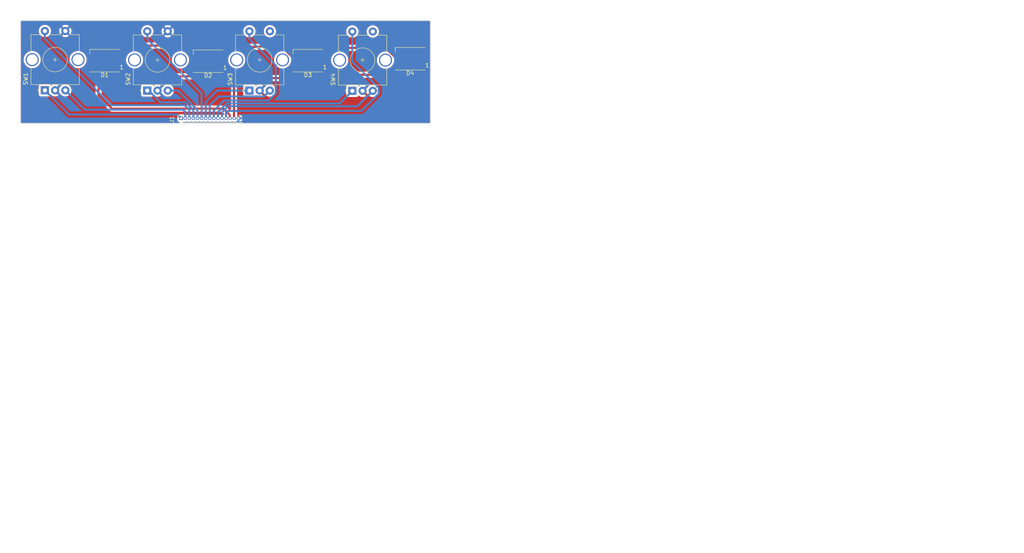
<source format=kicad_pcb>
(kicad_pcb (version 20171130) (host pcbnew "(5.1.6)-1")

  (general
    (thickness 1.6)
    (drawings 26)
    (tracks 95)
    (zones 0)
    (modules 9)
    (nets 22)
  )

  (page A4)
  (layers
    (0 F.Cu signal)
    (31 B.Cu signal)
    (32 B.Adhes user hide)
    (33 F.Adhes user hide)
    (34 B.Paste user hide)
    (35 F.Paste user hide)
    (36 B.SilkS user hide)
    (37 F.SilkS user hide)
    (38 B.Mask user hide)
    (39 F.Mask user hide)
    (40 Dwgs.User user)
    (41 Cmts.User user hide)
    (42 Eco1.User user hide)
    (43 Eco2.User user hide)
    (44 Edge.Cuts user)
    (45 Margin user hide)
    (46 B.CrtYd user hide)
    (47 F.CrtYd user hide)
    (48 B.Fab user hide)
    (49 F.Fab user hide)
  )

  (setup
    (last_trace_width 0.25)
    (user_trace_width 0.5)
    (trace_clearance 0.2)
    (zone_clearance 0.508)
    (zone_45_only yes)
    (trace_min 0.2)
    (via_size 0.8)
    (via_drill 0.4)
    (via_min_size 0.4)
    (via_min_drill 0.3)
    (uvia_size 0.3)
    (uvia_drill 0.1)
    (uvias_allowed no)
    (uvia_min_size 0.2)
    (uvia_min_drill 0.1)
    (edge_width 0.05)
    (segment_width 0.2)
    (pcb_text_width 0.3)
    (pcb_text_size 1.5 1.5)
    (mod_edge_width 0.12)
    (mod_text_size 1 1)
    (mod_text_width 0.15)
    (pad_size 1.524 1.524)
    (pad_drill 0.762)
    (pad_to_mask_clearance 0.1)
    (aux_axis_origin 0 0)
    (grid_origin 20.8026 18.3896)
    (visible_elements 7FFFE7FF)
    (pcbplotparams
      (layerselection 0x010fc_ffffffff)
      (usegerberextensions false)
      (usegerberattributes true)
      (usegerberadvancedattributes true)
      (creategerberjobfile true)
      (excludeedgelayer true)
      (linewidth 0.100000)
      (plotframeref false)
      (viasonmask false)
      (mode 1)
      (useauxorigin false)
      (hpglpennumber 1)
      (hpglpenspeed 20)
      (hpglpendiameter 15.000000)
      (psnegative false)
      (psa4output false)
      (plotreference true)
      (plotvalue true)
      (plotinvisibletext false)
      (padsonsilk false)
      (subtractmaskfromsilk false)
      (outputformat 1)
      (mirror false)
      (drillshape 0)
      (scaleselection 1)
      (outputdirectory "gerber/"))
  )

  (net 0 "")
  (net 1 5v)
  (net 2 "Net-(D1-Pad2)")
  (net 3 data)
  (net 4 gnd)
  (net 5 "Net-(J1-Pad1)")
  (net 6 "Net-(J1-Pad2)")
  (net 7 "Net-(J1-Pad3)")
  (net 8 "Net-(D2-Pad2)")
  (net 9 "Net-(D3-Pad2)")
  (net 10 "Net-(D4-Pad2)")
  (net 11 "Net-(J1-Pad4)")
  (net 12 "Net-(J1-Pad5)")
  (net 13 "Net-(J1-Pad6)")
  (net 14 "Net-(J1-Pad7)")
  (net 15 "Net-(J1-Pad8)")
  (net 16 "Net-(J1-Pad9)")
  (net 17 "Net-(J1-Pad10)")
  (net 18 "Net-(J1-Pad11)")
  (net 19 "Net-(J1-Pad12)")
  (net 20 "Net-(SW3-PadS1)")
  (net 21 "Net-(SW4-PadS1)")

  (net_class Default "This is the default net class."
    (clearance 0.2)
    (trace_width 0.25)
    (via_dia 0.8)
    (via_drill 0.4)
    (uvia_dia 0.3)
    (uvia_drill 0.1)
    (add_net 5v)
    (add_net "Net-(D1-Pad2)")
    (add_net "Net-(D2-Pad2)")
    (add_net "Net-(D3-Pad2)")
    (add_net "Net-(D4-Pad2)")
    (add_net "Net-(J1-Pad1)")
    (add_net "Net-(J1-Pad10)")
    (add_net "Net-(J1-Pad11)")
    (add_net "Net-(J1-Pad12)")
    (add_net "Net-(J1-Pad2)")
    (add_net "Net-(J1-Pad3)")
    (add_net "Net-(J1-Pad4)")
    (add_net "Net-(J1-Pad5)")
    (add_net "Net-(J1-Pad6)")
    (add_net "Net-(J1-Pad7)")
    (add_net "Net-(J1-Pad8)")
    (add_net "Net-(J1-Pad9)")
    (add_net "Net-(SW3-PadS1)")
    (add_net "Net-(SW4-PadS1)")
    (add_net data)
    (add_net gnd)
  )

  (module Rotary_Encoder:RotaryEncoder_Alps_EC11E-Switch_Vertical_H20mm_CircularMountingHoles (layer F.Cu) (tedit 5A74C8DD) (tstamp 5EEA8C76)
    (at 101.7905 35.4965 90)
    (descr "Alps rotary encoder, EC12E... with switch, vertical shaft, mounting holes with circular drills, http://www.alps.com/prod/info/E/HTML/Encoder/Incremental/EC11/EC11E15204A3.html")
    (tags "rotary encoder")
    (path /5EDA2873)
    (fp_text reference SW4 (at 2.8 -4.7 90) (layer F.SilkS)
      (effects (font (size 1 1) (thickness 0.15)))
    )
    (fp_text value Rotary_Encoder_Switch (at 7.5 10.4 90) (layer F.Fab)
      (effects (font (size 1 1) (thickness 0.15)))
    )
    (fp_circle (center 7.5 2.5) (end 10.5 2.5) (layer F.Fab) (width 0.12))
    (fp_circle (center 7.5 2.5) (end 10.5 2.5) (layer F.SilkS) (width 0.12))
    (fp_line (start 16 10.2) (end -1.5 10.2) (layer F.CrtYd) (width 0.05))
    (fp_line (start 16 10.2) (end 16 -5.2) (layer F.CrtYd) (width 0.05))
    (fp_line (start -1.5 -5.2) (end -1.5 10.2) (layer F.CrtYd) (width 0.05))
    (fp_line (start -1.5 -5.2) (end 16 -5.2) (layer F.CrtYd) (width 0.05))
    (fp_line (start 2.5 -3.3) (end 13.5 -3.3) (layer F.Fab) (width 0.12))
    (fp_line (start 13.5 -3.3) (end 13.5 8.3) (layer F.Fab) (width 0.12))
    (fp_line (start 13.5 8.3) (end 1.5 8.3) (layer F.Fab) (width 0.12))
    (fp_line (start 1.5 8.3) (end 1.5 -2.2) (layer F.Fab) (width 0.12))
    (fp_line (start 1.5 -2.2) (end 2.5 -3.3) (layer F.Fab) (width 0.12))
    (fp_line (start 9.5 -3.4) (end 13.6 -3.4) (layer F.SilkS) (width 0.12))
    (fp_line (start 13.6 8.4) (end 9.5 8.4) (layer F.SilkS) (width 0.12))
    (fp_line (start 5.5 8.4) (end 1.4 8.4) (layer F.SilkS) (width 0.12))
    (fp_line (start 5.5 -3.4) (end 1.4 -3.4) (layer F.SilkS) (width 0.12))
    (fp_line (start 1.4 -3.4) (end 1.4 8.4) (layer F.SilkS) (width 0.12))
    (fp_line (start 0 -1.3) (end -0.3 -1.6) (layer F.SilkS) (width 0.12))
    (fp_line (start -0.3 -1.6) (end 0.3 -1.6) (layer F.SilkS) (width 0.12))
    (fp_line (start 0.3 -1.6) (end 0 -1.3) (layer F.SilkS) (width 0.12))
    (fp_line (start 7.5 -0.5) (end 7.5 5.5) (layer F.Fab) (width 0.12))
    (fp_line (start 4.5 2.5) (end 10.5 2.5) (layer F.Fab) (width 0.12))
    (fp_line (start 13.6 -3.4) (end 13.6 -1) (layer F.SilkS) (width 0.12))
    (fp_line (start 13.6 1.2) (end 13.6 3.8) (layer F.SilkS) (width 0.12))
    (fp_line (start 13.6 6) (end 13.6 8.4) (layer F.SilkS) (width 0.12))
    (fp_line (start 7.5 2) (end 7.5 3) (layer F.SilkS) (width 0.12))
    (fp_line (start 7 2.5) (end 8 2.5) (layer F.SilkS) (width 0.12))
    (fp_text user %R (at 11.1 6.3 90) (layer F.Fab)
      (effects (font (size 1 1) (thickness 0.15)))
    )
    (pad S1 thru_hole circle (at 14.5 5 90) (size 2 2) (drill 1) (layers *.Cu *.Mask)
      (net 21 "Net-(SW4-PadS1)"))
    (pad S2 thru_hole circle (at 14.5 0 90) (size 2 2) (drill 1) (layers *.Cu *.Mask)
      (net 19 "Net-(J1-Pad12)"))
    (pad MP thru_hole circle (at 7.5 8.1 90) (size 3.2 3.2) (drill 2.6) (layers *.Cu *.Mask))
    (pad MP thru_hole circle (at 7.5 -3.1 90) (size 3.2 3.2) (drill 2.6) (layers *.Cu *.Mask))
    (pad B thru_hole circle (at 0 5 90) (size 2 2) (drill 1) (layers *.Cu *.Mask)
      (net 18 "Net-(J1-Pad11)"))
    (pad C thru_hole circle (at 0 2.5 90) (size 2 2) (drill 1) (layers *.Cu *.Mask)
      (net 4 gnd))
    (pad A thru_hole rect (at 0 0 90) (size 2 2) (drill 1) (layers *.Cu *.Mask)
      (net 17 "Net-(J1-Pad10)"))
    (model ${KISYS3DMOD}/Rotary_Encoder.3dshapes/RotaryEncoder_Alps_EC11E-Switch_Vertical_H20mm_CircularMountingHoles.wrl
      (at (xyz 0 0 0))
      (scale (xyz 1 1 1))
      (rotate (xyz 0 0 0))
    )
  )

  (module Rotary_Encoder:RotaryEncoder_Alps_EC11E-Switch_Vertical_H20mm_CircularMountingHoles (layer F.Cu) (tedit 5A74C8DD) (tstamp 5EEA8C50)
    (at 76.6445 35.433 90)
    (descr "Alps rotary encoder, EC12E... with switch, vertical shaft, mounting holes with circular drills, http://www.alps.com/prod/info/E/HTML/Encoder/Incremental/EC11/EC11E15204A3.html")
    (tags "rotary encoder")
    (path /5EDA2121)
    (fp_text reference SW3 (at 2.8 -4.7 90) (layer F.SilkS)
      (effects (font (size 1 1) (thickness 0.15)))
    )
    (fp_text value Rotary_Encoder_Switch (at 7.5 10.4 90) (layer F.Fab)
      (effects (font (size 1 1) (thickness 0.15)))
    )
    (fp_circle (center 7.5 2.5) (end 10.5 2.5) (layer F.Fab) (width 0.12))
    (fp_circle (center 7.5 2.5) (end 10.5 2.5) (layer F.SilkS) (width 0.12))
    (fp_line (start 16 10.2) (end -1.5 10.2) (layer F.CrtYd) (width 0.05))
    (fp_line (start 16 10.2) (end 16 -5.2) (layer F.CrtYd) (width 0.05))
    (fp_line (start -1.5 -5.2) (end -1.5 10.2) (layer F.CrtYd) (width 0.05))
    (fp_line (start -1.5 -5.2) (end 16 -5.2) (layer F.CrtYd) (width 0.05))
    (fp_line (start 2.5 -3.3) (end 13.5 -3.3) (layer F.Fab) (width 0.12))
    (fp_line (start 13.5 -3.3) (end 13.5 8.3) (layer F.Fab) (width 0.12))
    (fp_line (start 13.5 8.3) (end 1.5 8.3) (layer F.Fab) (width 0.12))
    (fp_line (start 1.5 8.3) (end 1.5 -2.2) (layer F.Fab) (width 0.12))
    (fp_line (start 1.5 -2.2) (end 2.5 -3.3) (layer F.Fab) (width 0.12))
    (fp_line (start 9.5 -3.4) (end 13.6 -3.4) (layer F.SilkS) (width 0.12))
    (fp_line (start 13.6 8.4) (end 9.5 8.4) (layer F.SilkS) (width 0.12))
    (fp_line (start 5.5 8.4) (end 1.4 8.4) (layer F.SilkS) (width 0.12))
    (fp_line (start 5.5 -3.4) (end 1.4 -3.4) (layer F.SilkS) (width 0.12))
    (fp_line (start 1.4 -3.4) (end 1.4 8.4) (layer F.SilkS) (width 0.12))
    (fp_line (start 0 -1.3) (end -0.3 -1.6) (layer F.SilkS) (width 0.12))
    (fp_line (start -0.3 -1.6) (end 0.3 -1.6) (layer F.SilkS) (width 0.12))
    (fp_line (start 0.3 -1.6) (end 0 -1.3) (layer F.SilkS) (width 0.12))
    (fp_line (start 7.5 -0.5) (end 7.5 5.5) (layer F.Fab) (width 0.12))
    (fp_line (start 4.5 2.5) (end 10.5 2.5) (layer F.Fab) (width 0.12))
    (fp_line (start 13.6 -3.4) (end 13.6 -1) (layer F.SilkS) (width 0.12))
    (fp_line (start 13.6 1.2) (end 13.6 3.8) (layer F.SilkS) (width 0.12))
    (fp_line (start 13.6 6) (end 13.6 8.4) (layer F.SilkS) (width 0.12))
    (fp_line (start 7.5 2) (end 7.5 3) (layer F.SilkS) (width 0.12))
    (fp_line (start 7 2.5) (end 8 2.5) (layer F.SilkS) (width 0.12))
    (fp_text user %R (at 11.1 6.3 90) (layer F.Fab)
      (effects (font (size 1 1) (thickness 0.15)))
    )
    (pad S1 thru_hole circle (at 14.5 5 90) (size 2 2) (drill 1) (layers *.Cu *.Mask)
      (net 20 "Net-(SW3-PadS1)"))
    (pad S2 thru_hole circle (at 14.5 0 90) (size 2 2) (drill 1) (layers *.Cu *.Mask)
      (net 16 "Net-(J1-Pad9)"))
    (pad MP thru_hole circle (at 7.5 8.1 90) (size 3.2 3.2) (drill 2.6) (layers *.Cu *.Mask))
    (pad MP thru_hole circle (at 7.5 -3.1 90) (size 3.2 3.2) (drill 2.6) (layers *.Cu *.Mask))
    (pad B thru_hole circle (at 0 5 90) (size 2 2) (drill 1) (layers *.Cu *.Mask)
      (net 15 "Net-(J1-Pad8)"))
    (pad C thru_hole circle (at 0 2.5 90) (size 2 2) (drill 1) (layers *.Cu *.Mask)
      (net 4 gnd))
    (pad A thru_hole rect (at 0 0 90) (size 2 2) (drill 1) (layers *.Cu *.Mask)
      (net 14 "Net-(J1-Pad7)"))
    (model ${KISYS3DMOD}/Rotary_Encoder.3dshapes/RotaryEncoder_Alps_EC11E-Switch_Vertical_H20mm_CircularMountingHoles.wrl
      (at (xyz 0 0 0))
      (scale (xyz 1 1 1))
      (rotate (xyz 0 0 0))
    )
  )

  (module Rotary_Encoder:RotaryEncoder_Alps_EC11E-Switch_Vertical_H20mm_CircularMountingHoles (layer F.Cu) (tedit 5A74C8DD) (tstamp 5EEA8C2A)
    (at 51.689 35.433 90)
    (descr "Alps rotary encoder, EC12E... with switch, vertical shaft, mounting holes with circular drills, http://www.alps.com/prod/info/E/HTML/Encoder/Incremental/EC11/EC11E15204A3.html")
    (tags "rotary encoder")
    (path /5EDA1979)
    (fp_text reference SW2 (at 2.8 -4.7 90) (layer F.SilkS)
      (effects (font (size 1 1) (thickness 0.15)))
    )
    (fp_text value Rotary_Encoder_Switch (at 7.5 10.4 90) (layer F.Fab)
      (effects (font (size 1 1) (thickness 0.15)))
    )
    (fp_line (start 7 2.5) (end 8 2.5) (layer F.SilkS) (width 0.12))
    (fp_line (start 7.5 2) (end 7.5 3) (layer F.SilkS) (width 0.12))
    (fp_line (start 13.6 6) (end 13.6 8.4) (layer F.SilkS) (width 0.12))
    (fp_line (start 13.6 1.2) (end 13.6 3.8) (layer F.SilkS) (width 0.12))
    (fp_line (start 13.6 -3.4) (end 13.6 -1) (layer F.SilkS) (width 0.12))
    (fp_line (start 4.5 2.5) (end 10.5 2.5) (layer F.Fab) (width 0.12))
    (fp_line (start 7.5 -0.5) (end 7.5 5.5) (layer F.Fab) (width 0.12))
    (fp_line (start 0.3 -1.6) (end 0 -1.3) (layer F.SilkS) (width 0.12))
    (fp_line (start -0.3 -1.6) (end 0.3 -1.6) (layer F.SilkS) (width 0.12))
    (fp_line (start 0 -1.3) (end -0.3 -1.6) (layer F.SilkS) (width 0.12))
    (fp_line (start 1.4 -3.4) (end 1.4 8.4) (layer F.SilkS) (width 0.12))
    (fp_line (start 5.5 -3.4) (end 1.4 -3.4) (layer F.SilkS) (width 0.12))
    (fp_line (start 5.5 8.4) (end 1.4 8.4) (layer F.SilkS) (width 0.12))
    (fp_line (start 13.6 8.4) (end 9.5 8.4) (layer F.SilkS) (width 0.12))
    (fp_line (start 9.5 -3.4) (end 13.6 -3.4) (layer F.SilkS) (width 0.12))
    (fp_line (start 1.5 -2.2) (end 2.5 -3.3) (layer F.Fab) (width 0.12))
    (fp_line (start 1.5 8.3) (end 1.5 -2.2) (layer F.Fab) (width 0.12))
    (fp_line (start 13.5 8.3) (end 1.5 8.3) (layer F.Fab) (width 0.12))
    (fp_line (start 13.5 -3.3) (end 13.5 8.3) (layer F.Fab) (width 0.12))
    (fp_line (start 2.5 -3.3) (end 13.5 -3.3) (layer F.Fab) (width 0.12))
    (fp_line (start -1.5 -5.2) (end 16 -5.2) (layer F.CrtYd) (width 0.05))
    (fp_line (start -1.5 -5.2) (end -1.5 10.2) (layer F.CrtYd) (width 0.05))
    (fp_line (start 16 10.2) (end 16 -5.2) (layer F.CrtYd) (width 0.05))
    (fp_line (start 16 10.2) (end -1.5 10.2) (layer F.CrtYd) (width 0.05))
    (fp_circle (center 7.5 2.5) (end 10.5 2.5) (layer F.SilkS) (width 0.12))
    (fp_circle (center 7.5 2.5) (end 10.5 2.5) (layer F.Fab) (width 0.12))
    (fp_text user %R (at 11.1 6.3 90) (layer F.Fab)
      (effects (font (size 1 1) (thickness 0.15)))
    )
    (pad A thru_hole rect (at 0 0 90) (size 2 2) (drill 1) (layers *.Cu *.Mask)
      (net 11 "Net-(J1-Pad4)"))
    (pad C thru_hole circle (at 0 2.5 90) (size 2 2) (drill 1) (layers *.Cu *.Mask)
      (net 4 gnd))
    (pad B thru_hole circle (at 0 5 90) (size 2 2) (drill 1) (layers *.Cu *.Mask)
      (net 12 "Net-(J1-Pad5)"))
    (pad MP thru_hole circle (at 7.5 -3.1 90) (size 3.2 3.2) (drill 2.6) (layers *.Cu *.Mask))
    (pad MP thru_hole circle (at 7.5 8.1 90) (size 3.2 3.2) (drill 2.6) (layers *.Cu *.Mask))
    (pad S2 thru_hole circle (at 14.5 0 90) (size 2 2) (drill 1) (layers *.Cu *.Mask)
      (net 13 "Net-(J1-Pad6)"))
    (pad S1 thru_hole circle (at 14.5 5 90) (size 2 2) (drill 1) (layers *.Cu *.Mask)
      (net 4 gnd))
    (model ${KISYS3DMOD}/Rotary_Encoder.3dshapes/RotaryEncoder_Alps_EC11E-Switch_Vertical_H20mm_CircularMountingHoles.wrl
      (at (xyz 0 0 0))
      (scale (xyz 1 1 1))
      (rotate (xyz 0 0 0))
    )
  )

  (module LED_SMD:LED_WS2812B_PLCC4_5.0x5.0mm_P3.2mm (layer F.Cu) (tedit 5AA4B285) (tstamp 5EE9F8BD)
    (at 90.932 28.1305 180)
    (descr https://cdn-shop.adafruit.com/datasheets/WS2812B.pdf)
    (tags "LED RGB NeoPixel")
    (path /5ED8C24F)
    (attr smd)
    (fp_text reference D3 (at 0 -3.5) (layer F.SilkS)
      (effects (font (size 1 1) (thickness 0.15)))
    )
    (fp_text value WS2812B (at 0 4) (layer F.Fab)
      (effects (font (size 1 1) (thickness 0.15)))
    )
    (fp_circle (center 0 0) (end 0 -2) (layer F.Fab) (width 0.1))
    (fp_line (start 3.65 2.75) (end 3.65 1.6) (layer F.SilkS) (width 0.12))
    (fp_line (start -3.65 2.75) (end 3.65 2.75) (layer F.SilkS) (width 0.12))
    (fp_line (start -3.65 -2.75) (end 3.65 -2.75) (layer F.SilkS) (width 0.12))
    (fp_line (start 2.5 -2.5) (end -2.5 -2.5) (layer F.Fab) (width 0.1))
    (fp_line (start 2.5 2.5) (end 2.5 -2.5) (layer F.Fab) (width 0.1))
    (fp_line (start -2.5 2.5) (end 2.5 2.5) (layer F.Fab) (width 0.1))
    (fp_line (start -2.5 -2.5) (end -2.5 2.5) (layer F.Fab) (width 0.1))
    (fp_line (start 2.5 1.5) (end 1.5 2.5) (layer F.Fab) (width 0.1))
    (fp_line (start -3.45 -2.75) (end -3.45 2.75) (layer F.CrtYd) (width 0.05))
    (fp_line (start -3.45 2.75) (end 3.45 2.75) (layer F.CrtYd) (width 0.05))
    (fp_line (start 3.45 2.75) (end 3.45 -2.75) (layer F.CrtYd) (width 0.05))
    (fp_line (start 3.45 -2.75) (end -3.45 -2.75) (layer F.CrtYd) (width 0.05))
    (fp_text user 1 (at -4.15 -1.6) (layer F.SilkS)
      (effects (font (size 1 1) (thickness 0.15)))
    )
    (fp_text user %R (at 0 0) (layer F.Fab)
      (effects (font (size 0.8 0.8) (thickness 0.15)))
    )
    (pad 3 smd rect (at 2.45 1.6 180) (size 1.5 1) (layers F.Cu F.Paste F.Mask)
      (net 4 gnd))
    (pad 4 smd rect (at 2.45 -1.6 180) (size 1.5 1) (layers F.Cu F.Paste F.Mask)
      (net 8 "Net-(D2-Pad2)"))
    (pad 2 smd rect (at -2.45 1.6 180) (size 1.5 1) (layers F.Cu F.Paste F.Mask)
      (net 9 "Net-(D3-Pad2)"))
    (pad 1 smd rect (at -2.45 -1.6 180) (size 1.5 1) (layers F.Cu F.Paste F.Mask)
      (net 1 5v))
    (model ${KISYS3DMOD}/LED_SMD.3dshapes/LED_WS2812B_PLCC4_5.0x5.0mm_P3.2mm.wrl
      (at (xyz 0 0 0))
      (scale (xyz 1 1 1))
      (rotate (xyz 0 0 0))
    )
  )

  (module LED_SMD:LED_WS2812B_PLCC4_5.0x5.0mm_P3.2mm (layer F.Cu) (tedit 5AA4B285) (tstamp 5EEA9868)
    (at 66.548 28.2575 180)
    (descr https://cdn-shop.adafruit.com/datasheets/WS2812B.pdf)
    (tags "LED RGB NeoPixel")
    (path /5ED8B9B1)
    (attr smd)
    (fp_text reference D2 (at 0 -3.5) (layer F.SilkS)
      (effects (font (size 1 1) (thickness 0.15)))
    )
    (fp_text value WS2812B (at 0 4) (layer F.Fab)
      (effects (font (size 1 1) (thickness 0.15)))
    )
    (fp_circle (center 0 0) (end 0 -2) (layer F.Fab) (width 0.1))
    (fp_line (start 3.65 2.75) (end 3.65 1.6) (layer F.SilkS) (width 0.12))
    (fp_line (start -3.65 2.75) (end 3.65 2.75) (layer F.SilkS) (width 0.12))
    (fp_line (start -3.65 -2.75) (end 3.65 -2.75) (layer F.SilkS) (width 0.12))
    (fp_line (start 2.5 -2.5) (end -2.5 -2.5) (layer F.Fab) (width 0.1))
    (fp_line (start 2.5 2.5) (end 2.5 -2.5) (layer F.Fab) (width 0.1))
    (fp_line (start -2.5 2.5) (end 2.5 2.5) (layer F.Fab) (width 0.1))
    (fp_line (start -2.5 -2.5) (end -2.5 2.5) (layer F.Fab) (width 0.1))
    (fp_line (start 2.5 1.5) (end 1.5 2.5) (layer F.Fab) (width 0.1))
    (fp_line (start -3.45 -2.75) (end -3.45 2.75) (layer F.CrtYd) (width 0.05))
    (fp_line (start -3.45 2.75) (end 3.45 2.75) (layer F.CrtYd) (width 0.05))
    (fp_line (start 3.45 2.75) (end 3.45 -2.75) (layer F.CrtYd) (width 0.05))
    (fp_line (start 3.45 -2.75) (end -3.45 -2.75) (layer F.CrtYd) (width 0.05))
    (fp_text user 1 (at -4.15 -1.6) (layer F.SilkS)
      (effects (font (size 1 1) (thickness 0.15)))
    )
    (fp_text user %R (at 0 0) (layer F.Fab)
      (effects (font (size 0.8 0.8) (thickness 0.15)))
    )
    (pad 3 smd rect (at 2.45 1.6 180) (size 1.5 1) (layers F.Cu F.Paste F.Mask)
      (net 4 gnd))
    (pad 4 smd rect (at 2.45 -1.6 180) (size 1.5 1) (layers F.Cu F.Paste F.Mask)
      (net 2 "Net-(D1-Pad2)"))
    (pad 2 smd rect (at -2.45 1.6 180) (size 1.5 1) (layers F.Cu F.Paste F.Mask)
      (net 8 "Net-(D2-Pad2)"))
    (pad 1 smd rect (at -2.45 -1.6 180) (size 1.5 1) (layers F.Cu F.Paste F.Mask)
      (net 1 5v))
    (model ${KISYS3DMOD}/LED_SMD.3dshapes/LED_WS2812B_PLCC4_5.0x5.0mm_P3.2mm.wrl
      (at (xyz 0 0 0))
      (scale (xyz 1 1 1))
      (rotate (xyz 0 0 0))
    )
  )

  (module LED_SMD:LED_WS2812B_PLCC4_5.0x5.0mm_P3.2mm (layer F.Cu) (tedit 5AA4B285) (tstamp 5EEA8899)
    (at 41.275 28.1305 180)
    (descr https://cdn-shop.adafruit.com/datasheets/WS2812B.pdf)
    (tags "LED RGB NeoPixel")
    (path /5ED88B0A)
    (attr smd)
    (fp_text reference D1 (at 0 -3.5) (layer F.SilkS)
      (effects (font (size 1 1) (thickness 0.15)))
    )
    (fp_text value WS2812B (at 0 4) (layer F.Fab)
      (effects (font (size 1 1) (thickness 0.15)))
    )
    (fp_line (start 3.45 -2.75) (end -3.45 -2.75) (layer F.CrtYd) (width 0.05))
    (fp_line (start 3.45 2.75) (end 3.45 -2.75) (layer F.CrtYd) (width 0.05))
    (fp_line (start -3.45 2.75) (end 3.45 2.75) (layer F.CrtYd) (width 0.05))
    (fp_line (start -3.45 -2.75) (end -3.45 2.75) (layer F.CrtYd) (width 0.05))
    (fp_line (start 2.5 1.5) (end 1.5 2.5) (layer F.Fab) (width 0.1))
    (fp_line (start -2.5 -2.5) (end -2.5 2.5) (layer F.Fab) (width 0.1))
    (fp_line (start -2.5 2.5) (end 2.5 2.5) (layer F.Fab) (width 0.1))
    (fp_line (start 2.5 2.5) (end 2.5 -2.5) (layer F.Fab) (width 0.1))
    (fp_line (start 2.5 -2.5) (end -2.5 -2.5) (layer F.Fab) (width 0.1))
    (fp_line (start -3.65 -2.75) (end 3.65 -2.75) (layer F.SilkS) (width 0.12))
    (fp_line (start -3.65 2.75) (end 3.65 2.75) (layer F.SilkS) (width 0.12))
    (fp_line (start 3.65 2.75) (end 3.65 1.6) (layer F.SilkS) (width 0.12))
    (fp_circle (center 0 0) (end 0 -2) (layer F.Fab) (width 0.1))
    (fp_text user %R (at 0 0) (layer F.Fab)
      (effects (font (size 0.8 0.8) (thickness 0.15)))
    )
    (fp_text user 1 (at -4.15 -1.6) (layer F.SilkS)
      (effects (font (size 1 1) (thickness 0.15)))
    )
    (pad 1 smd rect (at -2.45 -1.6 180) (size 1.5 1) (layers F.Cu F.Paste F.Mask)
      (net 1 5v))
    (pad 2 smd rect (at -2.45 1.6 180) (size 1.5 1) (layers F.Cu F.Paste F.Mask)
      (net 2 "Net-(D1-Pad2)"))
    (pad 4 smd rect (at 2.45 -1.6 180) (size 1.5 1) (layers F.Cu F.Paste F.Mask)
      (net 3 data))
    (pad 3 smd rect (at 2.45 1.6 180) (size 1.5 1) (layers F.Cu F.Paste F.Mask)
      (net 4 gnd))
    (model ${KISYS3DMOD}/LED_SMD.3dshapes/LED_WS2812B_PLCC4_5.0x5.0mm_P3.2mm.wrl
      (at (xyz 0 0 0))
      (scale (xyz 1 1 1))
      (rotate (xyz 0 0 0))
    )
  )

  (module Connector_PinSocket_1.00mm:PinSocket_1x15_P1.00mm_Vertical (layer F.Cu) (tedit 5A19A42A) (tstamp 5EEA9E7E)
    (at 59.9445 42.2021 90)
    (descr "Through hole straight socket strip, 1x15, 1.00mm pitch, single row (https://gct.co/files/drawings/bc065.pdf), script generated")
    (tags "Through hole socket strip THT 1x15 1.00mm single row")
    (path /5EED4C2B)
    (fp_text reference J1 (at -0.29 -2.25 90) (layer F.SilkS)
      (effects (font (size 1 1) (thickness 0.15)))
    )
    (fp_text value Conn_01x15 (at -0.29 16.25 90) (layer F.Fab)
      (effects (font (size 1 1) (thickness 0.15)))
    )
    (fp_line (start -1.54 15.25) (end -1.54 -1.25) (layer F.CrtYd) (width 0.05))
    (fp_line (start 0.96 15.25) (end -1.54 15.25) (layer F.CrtYd) (width 0.05))
    (fp_line (start 0.96 -1.25) (end 0.96 15.25) (layer F.CrtYd) (width 0.05))
    (fp_line (start -1.54 -1.25) (end 0.96 -1.25) (layer F.CrtYd) (width 0.05))
    (fp_line (start 0 -0.81) (end 0.685 -0.81) (layer F.SilkS) (width 0.12))
    (fp_line (start 0.685 -0.81) (end 0.685 0) (layer F.SilkS) (width 0.12))
    (fp_line (start 0.52 14.445898) (end 0.52 14.81) (layer F.SilkS) (width 0.12))
    (fp_line (start 0.52 13.445898) (end 0.52 13.554102) (layer F.SilkS) (width 0.12))
    (fp_line (start 0.52 12.445898) (end 0.52 12.554102) (layer F.SilkS) (width 0.12))
    (fp_line (start 0.52 11.445898) (end 0.52 11.554102) (layer F.SilkS) (width 0.12))
    (fp_line (start 0.52 10.445898) (end 0.52 10.554102) (layer F.SilkS) (width 0.12))
    (fp_line (start 0.52 9.445898) (end 0.52 9.554102) (layer F.SilkS) (width 0.12))
    (fp_line (start 0.52 8.445898) (end 0.52 8.554102) (layer F.SilkS) (width 0.12))
    (fp_line (start 0.52 7.445898) (end 0.52 7.554102) (layer F.SilkS) (width 0.12))
    (fp_line (start 0.52 6.445898) (end 0.52 6.554102) (layer F.SilkS) (width 0.12))
    (fp_line (start 0.52 5.445898) (end 0.52 5.554102) (layer F.SilkS) (width 0.12))
    (fp_line (start 0.52 4.445898) (end 0.52 4.554102) (layer F.SilkS) (width 0.12))
    (fp_line (start 0.52 3.445898) (end 0.52 3.554102) (layer F.SilkS) (width 0.12))
    (fp_line (start 0.52 2.445898) (end 0.52 2.554102) (layer F.SilkS) (width 0.12))
    (fp_line (start 0.52 1.445898) (end 0.52 1.554102) (layer F.SilkS) (width 0.12))
    (fp_line (start -1.1 14.81) (end 0.52 14.81) (layer F.SilkS) (width 0.12))
    (fp_line (start -1.1 0.5) (end -1.1 14.81) (layer F.SilkS) (width 0.12))
    (fp_line (start -1.1 0.5) (end -0.685 0.5) (layer F.SilkS) (width 0.12))
    (fp_line (start -1.04 14.75) (end -1.04 -0.75) (layer F.Fab) (width 0.1))
    (fp_line (start 0.46 14.75) (end -1.04 14.75) (layer F.Fab) (width 0.1))
    (fp_line (start 0.46 -0.375) (end 0.46 14.75) (layer F.Fab) (width 0.1))
    (fp_line (start 0.085 -0.75) (end 0.46 -0.375) (layer F.Fab) (width 0.1))
    (fp_line (start -1.04 -0.75) (end 0.085 -0.75) (layer F.Fab) (width 0.1))
    (fp_text user %R (at -0.29 7) (layer F.Fab)
      (effects (font (size 0.9 0.9) (thickness 0.14)))
    )
    (pad 1 thru_hole rect (at 0 0 90) (size 0.85 0.85) (drill 0.5) (layers *.Cu *.Mask)
      (net 5 "Net-(J1-Pad1)"))
    (pad 2 thru_hole oval (at 0 1 90) (size 0.85 0.85) (drill 0.5) (layers *.Cu *.Mask)
      (net 6 "Net-(J1-Pad2)"))
    (pad 3 thru_hole oval (at 0 2 90) (size 0.85 0.85) (drill 0.5) (layers *.Cu *.Mask)
      (net 7 "Net-(J1-Pad3)"))
    (pad 4 thru_hole oval (at 0 3 90) (size 0.85 0.85) (drill 0.5) (layers *.Cu *.Mask)
      (net 11 "Net-(J1-Pad4)"))
    (pad 5 thru_hole oval (at 0 4 90) (size 0.85 0.85) (drill 0.5) (layers *.Cu *.Mask)
      (net 12 "Net-(J1-Pad5)"))
    (pad 6 thru_hole oval (at 0 5 90) (size 0.85 0.85) (drill 0.5) (layers *.Cu *.Mask)
      (net 13 "Net-(J1-Pad6)"))
    (pad 7 thru_hole oval (at 0 6 90) (size 0.85 0.85) (drill 0.5) (layers *.Cu *.Mask)
      (net 14 "Net-(J1-Pad7)"))
    (pad 8 thru_hole oval (at 0 7 90) (size 0.85 0.85) (drill 0.5) (layers *.Cu *.Mask)
      (net 15 "Net-(J1-Pad8)"))
    (pad 9 thru_hole oval (at 0 8 90) (size 0.85 0.85) (drill 0.5) (layers *.Cu *.Mask)
      (net 16 "Net-(J1-Pad9)"))
    (pad 10 thru_hole oval (at 0 9 90) (size 0.85 0.85) (drill 0.5) (layers *.Cu *.Mask)
      (net 17 "Net-(J1-Pad10)"))
    (pad 11 thru_hole oval (at 0 10 90) (size 0.85 0.85) (drill 0.5) (layers *.Cu *.Mask)
      (net 18 "Net-(J1-Pad11)"))
    (pad 12 thru_hole oval (at 0 11 90) (size 0.85 0.85) (drill 0.5) (layers *.Cu *.Mask)
      (net 19 "Net-(J1-Pad12)"))
    (pad 13 thru_hole oval (at 0 12 90) (size 0.85 0.85) (drill 0.5) (layers *.Cu *.Mask)
      (net 3 data))
    (pad 14 thru_hole oval (at 0 13 90) (size 0.85 0.85) (drill 0.5) (layers *.Cu *.Mask)
      (net 1 5v))
    (pad 15 thru_hole oval (at 0 14 90) (size 0.85 0.85) (drill 0.5) (layers *.Cu *.Mask)
      (net 4 gnd))
    (model ${KISYS3DMOD}/Connector_PinSocket_1.00mm.3dshapes/PinSocket_1x15_P1.00mm_Vertical.wrl
      (at (xyz 0 0 0))
      (scale (xyz 1 1 1))
      (rotate (xyz 0 0 0))
    )
  )

  (module LED_SMD:LED_WS2812B_PLCC4_5.0x5.0mm_P3.2mm (layer F.Cu) (tedit 5AA4B285) (tstamp 5EEA99CC)
    (at 115.9256 27.6606 180)
    (descr https://cdn-shop.adafruit.com/datasheets/WS2812B.pdf)
    (tags "LED RGB NeoPixel")
    (path /5ED8C839)
    (attr smd)
    (fp_text reference D4 (at 0 -3.5) (layer F.SilkS)
      (effects (font (size 1 1) (thickness 0.15)))
    )
    (fp_text value WS2812B (at 0 4) (layer F.Fab)
      (effects (font (size 1 1) (thickness 0.15)))
    )
    (fp_circle (center 0 0) (end 0 -2) (layer F.Fab) (width 0.1))
    (fp_line (start 3.65 2.75) (end 3.65 1.6) (layer F.SilkS) (width 0.12))
    (fp_line (start -3.65 2.75) (end 3.65 2.75) (layer F.SilkS) (width 0.12))
    (fp_line (start -3.65 -2.75) (end 3.65 -2.75) (layer F.SilkS) (width 0.12))
    (fp_line (start 2.5 -2.5) (end -2.5 -2.5) (layer F.Fab) (width 0.1))
    (fp_line (start 2.5 2.5) (end 2.5 -2.5) (layer F.Fab) (width 0.1))
    (fp_line (start -2.5 2.5) (end 2.5 2.5) (layer F.Fab) (width 0.1))
    (fp_line (start -2.5 -2.5) (end -2.5 2.5) (layer F.Fab) (width 0.1))
    (fp_line (start 2.5 1.5) (end 1.5 2.5) (layer F.Fab) (width 0.1))
    (fp_line (start -3.45 -2.75) (end -3.45 2.75) (layer F.CrtYd) (width 0.05))
    (fp_line (start -3.45 2.75) (end 3.45 2.75) (layer F.CrtYd) (width 0.05))
    (fp_line (start 3.45 2.75) (end 3.45 -2.75) (layer F.CrtYd) (width 0.05))
    (fp_line (start 3.45 -2.75) (end -3.45 -2.75) (layer F.CrtYd) (width 0.05))
    (fp_text user 1 (at -4.15 -1.6) (layer F.SilkS)
      (effects (font (size 1 1) (thickness 0.15)))
    )
    (fp_text user %R (at 0 0) (layer F.Fab)
      (effects (font (size 0.8 0.8) (thickness 0.15)))
    )
    (pad 3 smd rect (at 2.45 1.6 180) (size 1.5 1) (layers F.Cu F.Paste F.Mask)
      (net 4 gnd))
    (pad 4 smd rect (at 2.45 -1.6 180) (size 1.5 1) (layers F.Cu F.Paste F.Mask)
      (net 9 "Net-(D3-Pad2)"))
    (pad 2 smd rect (at -2.45 1.6 180) (size 1.5 1) (layers F.Cu F.Paste F.Mask)
      (net 10 "Net-(D4-Pad2)"))
    (pad 1 smd rect (at -2.45 -1.6 180) (size 1.5 1) (layers F.Cu F.Paste F.Mask)
      (net 1 5v))
    (model ${KISYS3DMOD}/LED_SMD.3dshapes/LED_WS2812B_PLCC4_5.0x5.0mm_P3.2mm.wrl
      (at (xyz 0 0 0))
      (scale (xyz 1 1 1))
      (rotate (xyz 0 0 0))
    )
  )

  (module Rotary_Encoder:RotaryEncoder_Alps_EC11E-Switch_Vertical_H20mm_CircularMountingHoles (layer F.Cu) (tedit 5A74C8DD) (tstamp 5EEA99F2)
    (at 26.67 35.3695 90)
    (descr "Alps rotary encoder, EC12E... with switch, vertical shaft, mounting holes with circular drills, http://www.alps.com/prod/info/E/HTML/Encoder/Incremental/EC11/EC11E15204A3.html")
    (tags "rotary encoder")
    (path /5ED977F9)
    (fp_text reference SW1 (at 2.8 -4.7 90) (layer F.SilkS)
      (effects (font (size 1 1) (thickness 0.15)))
    )
    (fp_text value Rotary_Encoder_Switch (at 7.5 10.4 90) (layer F.Fab)
      (effects (font (size 1 1) (thickness 0.15)))
    )
    (fp_circle (center 7.5 2.5) (end 10.5 2.5) (layer F.Fab) (width 0.12))
    (fp_circle (center 7.5 2.5) (end 10.5 2.5) (layer F.SilkS) (width 0.12))
    (fp_line (start 16 10.2) (end -1.5 10.2) (layer F.CrtYd) (width 0.05))
    (fp_line (start 16 10.2) (end 16 -5.2) (layer F.CrtYd) (width 0.05))
    (fp_line (start -1.5 -5.2) (end -1.5 10.2) (layer F.CrtYd) (width 0.05))
    (fp_line (start -1.5 -5.2) (end 16 -5.2) (layer F.CrtYd) (width 0.05))
    (fp_line (start 2.5 -3.3) (end 13.5 -3.3) (layer F.Fab) (width 0.12))
    (fp_line (start 13.5 -3.3) (end 13.5 8.3) (layer F.Fab) (width 0.12))
    (fp_line (start 13.5 8.3) (end 1.5 8.3) (layer F.Fab) (width 0.12))
    (fp_line (start 1.5 8.3) (end 1.5 -2.2) (layer F.Fab) (width 0.12))
    (fp_line (start 1.5 -2.2) (end 2.5 -3.3) (layer F.Fab) (width 0.12))
    (fp_line (start 9.5 -3.4) (end 13.6 -3.4) (layer F.SilkS) (width 0.12))
    (fp_line (start 13.6 8.4) (end 9.5 8.4) (layer F.SilkS) (width 0.12))
    (fp_line (start 5.5 8.4) (end 1.4 8.4) (layer F.SilkS) (width 0.12))
    (fp_line (start 5.5 -3.4) (end 1.4 -3.4) (layer F.SilkS) (width 0.12))
    (fp_line (start 1.4 -3.4) (end 1.4 8.4) (layer F.SilkS) (width 0.12))
    (fp_line (start 0 -1.3) (end -0.3 -1.6) (layer F.SilkS) (width 0.12))
    (fp_line (start -0.3 -1.6) (end 0.3 -1.6) (layer F.SilkS) (width 0.12))
    (fp_line (start 0.3 -1.6) (end 0 -1.3) (layer F.SilkS) (width 0.12))
    (fp_line (start 7.5 -0.5) (end 7.5 5.5) (layer F.Fab) (width 0.12))
    (fp_line (start 4.5 2.5) (end 10.5 2.5) (layer F.Fab) (width 0.12))
    (fp_line (start 13.6 -3.4) (end 13.6 -1) (layer F.SilkS) (width 0.12))
    (fp_line (start 13.6 1.2) (end 13.6 3.8) (layer F.SilkS) (width 0.12))
    (fp_line (start 13.6 6) (end 13.6 8.4) (layer F.SilkS) (width 0.12))
    (fp_line (start 7.5 2) (end 7.5 3) (layer F.SilkS) (width 0.12))
    (fp_line (start 7 2.5) (end 8 2.5) (layer F.SilkS) (width 0.12))
    (fp_text user %R (at 11.1 6.3 90) (layer F.Fab)
      (effects (font (size 1 1) (thickness 0.15)))
    )
    (pad S1 thru_hole circle (at 14.5 5 90) (size 2 2) (drill 1) (layers *.Cu *.Mask)
      (net 4 gnd))
    (pad S2 thru_hole circle (at 14.5 0 90) (size 2 2) (drill 1) (layers *.Cu *.Mask)
      (net 7 "Net-(J1-Pad3)"))
    (pad MP thru_hole circle (at 7.5 8.1 90) (size 3.2 3.2) (drill 2.6) (layers *.Cu *.Mask))
    (pad MP thru_hole circle (at 7.5 -3.1 90) (size 3.2 3.2) (drill 2.6) (layers *.Cu *.Mask))
    (pad B thru_hole circle (at 0 5 90) (size 2 2) (drill 1) (layers *.Cu *.Mask)
      (net 6 "Net-(J1-Pad2)"))
    (pad C thru_hole circle (at 0 2.5 90) (size 2 2) (drill 1) (layers *.Cu *.Mask)
      (net 4 gnd))
    (pad A thru_hole rect (at 0 0 90) (size 2 2) (drill 1) (layers *.Cu *.Mask)
      (net 5 "Net-(J1-Pad1)"))
    (model ${KISYS3DMOD}/Rotary_Encoder.3dshapes/RotaryEncoder_Alps_EC11E-Switch_Vertical_H20mm_CircularMountingHoles.wrl
      (at (xyz 0 0 0))
      (scale (xyz 1 1 1))
      (rotate (xyz 0 0 0))
    )
  )

  (gr_line (start 20.8026 43.3896) (end 20.8026 18.3896) (layer Edge.Cuts) (width 0.05) (tstamp 5EEB6522))
  (gr_line (start 120.8026 43.3896) (end 20.8026 43.3896) (layer Edge.Cuts) (width 0.05))
  (gr_line (start 120.8026 18.3896) (end 120.8026 43.3896) (layer Edge.Cuts) (width 0.05))
  (gr_line (start 20.8026 18.3896) (end 120.8026 18.3896) (layer Edge.Cuts) (width 0.05))
  (gr_line (start 260.8026 18.3896) (end 260.8026 143.3896) (layer Dwgs.User) (width 0.2))
  (gr_line (start 15.8026 13.3896) (end 15.8026 148.3896) (layer Dwgs.User) (width 0.2))
  (gr_line (start 120.8026 18.3896) (end 120.8026 143.3896) (layer Dwgs.User) (width 0.2))
  (gr_line (start 120.8026 18.3896) (end 120.8026 13.3896) (layer Dwgs.User) (width 0.2))
  (gr_line (start 220.8026 18.3896) (end 120.8026 18.3896) (layer Dwgs.User) (width 0.2))
  (gr_line (start 20.8026 143.3896) (end 20.8026 18.3896) (layer Dwgs.User) (width 0.2))
  (gr_line (start 120.8026 18.3896) (end 120.8026 143.3896) (layer Dwgs.User) (width 0.2))
  (gr_line (start 20.8026 18.3896) (end 120.8026 18.3896) (layer Dwgs.User) (width 0.2))
  (gr_line (start 20.8026 43.481486) (end 20.8026 18.3896) (layer Dwgs.User) (width 0.2))
  (gr_line (start 260.8026 18.3896) (end 260.8026 43.481486) (layer Dwgs.User) (width 0.2))
  (gr_line (start 20.8026 143.3896) (end 20.8026 18.3896) (layer Dwgs.User) (width 0.2))
  (gr_line (start 265.8026 148.3896) (end 265.8026 13.3896) (layer Dwgs.User) (width 0.2))
  (gr_line (start 265.8026 13.3896) (end 15.8026 13.3896) (layer Dwgs.User) (width 0.2))
  (gr_line (start 120.8026 143.3896) (end 220.8026 143.3896) (layer Dwgs.User) (width 0.2))
  (gr_line (start 260.8026 43.481486) (end 20.8026 43.481486) (layer Dwgs.User) (width 0.2))
  (gr_line (start 220.8026 143.3896) (end 220.8026 18.3896) (layer Dwgs.User) (width 0.2))
  (gr_line (start 260.8026 143.3896) (end 20.8026 143.3896) (layer Dwgs.User) (width 0.2))
  (gr_line (start 120.8026 143.3896) (end 20.8026 143.3896) (layer Dwgs.User) (width 0.2))
  (gr_line (start 120.8026 143.3896) (end 120.8026 148.3896) (layer Dwgs.User) (width 0.2))
  (gr_line (start 20.8026 18.3896) (end 260.8026 18.3896) (layer Dwgs.User) (width 0.2))
  (gr_line (start 15.8026 148.3896) (end 265.8026 148.3896) (layer Dwgs.User) (width 0.2))
  (gr_line (start 20.8026 18.3896) (end 260.8026 18.3896) (layer Dwgs.User) (width 0.2))

  (segment (start 66.9023 31.9532) (end 68.998 29.8575) (width 0.5) (layer F.Cu) (net 1))
  (segment (start 47.7012 31.9532) (end 66.9023 31.9532) (width 0.5) (layer F.Cu) (net 1))
  (segment (start 43.725 29.7305) (end 45.4785 29.7305) (width 0.5) (layer F.Cu) (net 1))
  (segment (start 45.4785 29.7305) (end 47.7012 31.9532) (width 0.5) (layer F.Cu) (net 1))
  (segment (start 116.064 31.5722) (end 118.3756 29.2606) (width 0.5) (layer F.Cu) (net 1))
  (segment (start 93.382 29.7305) (end 95.2237 31.5722) (width 0.5) (layer F.Cu) (net 1))
  (segment (start 95.2237 31.5722) (end 116.064 31.5722) (width 0.5) (layer F.Cu) (net 1))
  (segment (start 73.4568 32.385) (end 90.7275 32.385) (width 0.5) (layer F.Cu) (net 1))
  (segment (start 90.7275 32.385) (end 93.382 29.7305) (width 0.5) (layer F.Cu) (net 1))
  (segment (start 68.998 29.8575) (end 70.9293 29.8575) (width 0.5) (layer F.Cu) (net 1))
  (segment (start 70.9293 29.8575) (end 73.4568 32.385) (width 0.5) (layer F.Cu) (net 1))
  (segment (start 72.8726 31.8008) (end 72.8091 31.7373) (width 0.5) (layer F.Cu) (net 1))
  (segment (start 72.9445 42.2021) (end 72.8726 42.1302) (width 0.5) (layer F.Cu) (net 1))
  (segment (start 72.8726 42.1302) (end 72.8726 31.8008) (width 0.5) (layer F.Cu) (net 1))
  (segment (start 64.098 28.9698) (end 64.098 29.8575) (width 0.5) (layer F.Cu) (net 2))
  (segment (start 59.563 24.4348) (end 64.098 28.9698) (width 0.5) (layer F.Cu) (net 2))
  (segment (start 47.4726 24.4348) (end 59.563 24.4348) (width 0.5) (layer F.Cu) (net 2))
  (segment (start 43.725 26.5305) (end 45.3769 26.5305) (width 0.5) (layer F.Cu) (net 2))
  (segment (start 45.3769 26.5305) (end 47.4726 24.4348) (width 0.5) (layer F.Cu) (net 2))
  (segment (start 39.775001 30.680501) (end 38.825 29.7305) (width 0.5) (layer F.Cu) (net 3))
  (segment (start 39.775001 36.574601) (end 39.775001 30.680501) (width 0.5) (layer F.Cu) (net 3))
  (segment (start 69.595 39.8526) (end 43.053 39.8526) (width 0.5) (layer F.Cu) (net 3))
  (segment (start 71.819501 41.364901) (end 70.358 39.9034) (width 0.5) (layer F.Cu) (net 3))
  (segment (start 71.819501 42.077101) (end 71.819501 41.364901) (width 0.5) (layer F.Cu) (net 3))
  (segment (start 70.358 39.9034) (end 69.6458 39.9034) (width 0.5) (layer F.Cu) (net 3))
  (segment (start 43.053 39.8526) (end 39.775001 36.574601) (width 0.5) (layer F.Cu) (net 3))
  (segment (start 71.9445 42.2021) (end 71.819501 42.077101) (width 0.5) (layer F.Cu) (net 3))
  (segment (start 69.6458 39.9034) (end 69.595 39.8526) (width 0.5) (layer F.Cu) (net 3))
  (segment (start 32.5882 41.2877) (end 26.67 35.3695) (width 0.5) (layer B.Cu) (net 5))
  (segment (start 59.9445 42.2021) (end 59.0301 41.2877) (width 0.5) (layer B.Cu) (net 5))
  (segment (start 59.0301 41.2877) (end 32.5882 41.2877) (width 0.5) (layer B.Cu) (net 5))
  (segment (start 60.9699 42.1767) (end 60.9445 42.2021) (width 0.5) (layer B.Cu) (net 6))
  (segment (start 31.67 35.3695) (end 36.4071 40.1066) (width 0.5) (layer B.Cu) (net 6))
  (segment (start 60.9699 40.627698) (end 60.9699 42.1767) (width 0.5) (layer B.Cu) (net 6))
  (segment (start 60.448802 40.1066) (end 60.9699 40.627698) (width 0.5) (layer B.Cu) (net 6))
  (segment (start 36.4071 40.1066) (end 60.448802 40.1066) (width 0.5) (layer B.Cu) (net 6))
  (segment (start 42.880898 39.0144) (end 26.67 22.803502) (width 0.5) (layer B.Cu) (net 7))
  (segment (start 60.8076 39.0144) (end 42.880898 39.0144) (width 0.5) (layer B.Cu) (net 7))
  (segment (start 26.67 22.803502) (end 26.67 20.8695) (width 0.5) (layer B.Cu) (net 7))
  (segment (start 61.9445 42.2021) (end 61.9445 40.1513) (width 0.5) (layer B.Cu) (net 7))
  (segment (start 61.9445 40.1513) (end 60.8076 39.0144) (width 0.5) (layer B.Cu) (net 7))
  (segment (start 88.482 28.636498) (end 88.482 29.7305) (width 0.5) (layer F.Cu) (net 8))
  (segment (start 68.998 26.6575) (end 70.8785 26.6575) (width 0.5) (layer F.Cu) (net 8))
  (segment (start 84.585102 24.7396) (end 88.482 28.636498) (width 0.5) (layer F.Cu) (net 8))
  (segment (start 72.7964 24.7396) (end 84.585102 24.7396) (width 0.5) (layer F.Cu) (net 8))
  (segment (start 70.8785 26.6575) (end 72.7964 24.7396) (width 0.5) (layer F.Cu) (net 8))
  (segment (start 113.4756 28.547598) (end 113.4756 29.2606) (width 0.5) (layer F.Cu) (net 9))
  (segment (start 97.0026 24.9936) (end 109.921602 24.9936) (width 0.5) (layer F.Cu) (net 9))
  (segment (start 93.382 26.5305) (end 95.4657 26.5305) (width 0.5) (layer F.Cu) (net 9))
  (segment (start 109.921602 24.9936) (end 113.4756 28.547598) (width 0.5) (layer F.Cu) (net 9))
  (segment (start 95.4657 26.5305) (end 97.0026 24.9936) (width 0.5) (layer F.Cu) (net 9))
  (segment (start 62.9445 40.161337) (end 62.9445 42.2021) (width 0.5) (layer B.Cu) (net 11))
  (segment (start 54.924388 38.31439) (end 61.097553 38.31439) (width 0.5) (layer B.Cu) (net 11))
  (segment (start 51.689 35.433) (end 52.042998 35.433) (width 0.5) (layer B.Cu) (net 11))
  (segment (start 61.097553 38.31439) (end 62.9445 40.161337) (width 0.5) (layer B.Cu) (net 11))
  (segment (start 52.042998 35.433) (end 54.924388 38.31439) (width 0.5) (layer B.Cu) (net 11))
  (segment (start 63.9445 40.171375) (end 63.9445 42.2021) (width 0.5) (layer B.Cu) (net 12))
  (segment (start 56.689 35.433) (end 59.206125 35.433) (width 0.5) (layer B.Cu) (net 12))
  (segment (start 59.206125 35.433) (end 63.9445 40.171375) (width 0.5) (layer B.Cu) (net 12))
  (segment (start 51.689 22.867002) (end 51.689 20.933) (width 0.5) (layer B.Cu) (net 13))
  (segment (start 64.9699 36.147902) (end 51.689 22.867002) (width 0.5) (layer B.Cu) (net 13))
  (segment (start 64.9445 42.2021) (end 64.9699 42.1767) (width 0.5) (layer B.Cu) (net 13))
  (segment (start 64.9699 42.1767) (end 64.9699 36.147902) (width 0.5) (layer B.Cu) (net 13))
  (segment (start 68.7832 35.433) (end 76.6445 35.433) (width 0.5) (layer B.Cu) (net 14))
  (segment (start 65.9699 38.2463) (end 68.7832 35.433) (width 0.5) (layer B.Cu) (net 14))
  (segment (start 65.9445 42.2021) (end 65.9699 42.1767) (width 0.5) (layer B.Cu) (net 14))
  (segment (start 65.9699 42.1767) (end 65.9699 38.2463) (width 0.5) (layer B.Cu) (net 14))
  (segment (start 80.194499 36.883001) (end 81.6445 35.433) (width 0.5) (layer B.Cu) (net 15))
  (segment (start 69.111199 36.883001) (end 80.194499 36.883001) (width 0.5) (layer B.Cu) (net 15))
  (segment (start 66.9445 42.2021) (end 66.9445 39.0497) (width 0.5) (layer B.Cu) (net 15))
  (segment (start 66.9445 39.0497) (end 69.111199 36.883001) (width 0.5) (layer B.Cu) (net 15))
  (segment (start 76.6445 22.867002) (end 76.6445 20.933) (width 0.5) (layer B.Cu) (net 16))
  (segment (start 67.9445 42.2021) (end 67.9445 40.3357) (width 0.5) (layer B.Cu) (net 16))
  (segment (start 83.094501 29.317003) (end 76.6445 22.867002) (width 0.5) (layer B.Cu) (net 16))
  (segment (start 70.4088 37.8714) (end 81.352102 37.8714) (width 0.5) (layer B.Cu) (net 16))
  (segment (start 67.9445 40.3357) (end 70.4088 37.8714) (width 0.5) (layer B.Cu) (net 16))
  (segment (start 81.352102 37.8714) (end 83.094501 36.129001) (width 0.5) (layer B.Cu) (net 16))
  (segment (start 83.094501 36.129001) (end 83.094501 29.317003) (width 0.5) (layer B.Cu) (net 16))
  (segment (start 98.715591 38.571409) (end 101.7905 35.4965) (width 0.5) (layer B.Cu) (net 17))
  (segment (start 68.9445 40.73397) (end 71.107061 38.571409) (width 0.5) (layer B.Cu) (net 17))
  (segment (start 71.107061 38.571409) (end 98.715591 38.571409) (width 0.5) (layer B.Cu) (net 17))
  (segment (start 68.9445 42.2021) (end 68.9445 40.73397) (width 0.5) (layer B.Cu) (net 17))
  (segment (start 69.9445 40.723935) (end 71.397015 39.27142) (width 0.5) (layer B.Cu) (net 18))
  (segment (start 103.01558 39.27142) (end 105.790501 36.496499) (width 0.5) (layer B.Cu) (net 18))
  (segment (start 105.790501 36.496499) (end 106.7905 35.4965) (width 0.5) (layer B.Cu) (net 18))
  (segment (start 69.9445 42.2021) (end 69.9445 40.723935) (width 0.5) (layer B.Cu) (net 18))
  (segment (start 71.397015 39.27142) (end 103.01558 39.27142) (width 0.5) (layer B.Cu) (net 18))
  (segment (start 71.372701 40.412699) (end 70.9422 40.8432) (width 0.5) (layer B.Cu) (net 19))
  (segment (start 101.7905 28.350498) (end 108.240501 34.800499) (width 0.5) (layer B.Cu) (net 19))
  (segment (start 101.7905 20.9965) (end 101.7905 28.350498) (width 0.5) (layer B.Cu) (net 19))
  (segment (start 108.240501 34.800499) (end 108.240501 36.192501) (width 0.5) (layer B.Cu) (net 19))
  (segment (start 104.020303 40.412699) (end 71.372701 40.412699) (width 0.5) (layer B.Cu) (net 19))
  (segment (start 108.240501 36.192501) (end 104.020303 40.412699) (width 0.5) (layer B.Cu) (net 19))
  (segment (start 70.9422 42.1998) (end 70.9445 42.2021) (width 0.5) (layer B.Cu) (net 19))
  (segment (start 70.9422 40.8432) (end 70.9422 42.1998) (width 0.5) (layer B.Cu) (net 19))

  (zone (net 0) (net_name "") (layer F.Cu) (tstamp 5EEAA139) (hatch edge 0.508)
    (connect_pads (clearance 0.508))
    (min_thickness 0.254)
    (fill yes (arc_segments 32) (thermal_gap 0.508) (thermal_bridge_width 0.508))
    (polygon
      (pts
        (xy 119.9134 15.7734) (xy 119.9134 15.875) (xy 119.8118 15.7734)
      )
    )
  )
  (zone (net 0) (net_name "") (layer F.Cu) (tstamp 5EEAA139) (hatch edge 0.508)
    (connect_pads (clearance 0.508))
    (min_thickness 0.254)
    (fill yes (arc_segments 32) (thermal_gap 0.508) (thermal_bridge_width 0.508))
    (polygon
      (pts
        (xy 119.9134 15.7734) (xy 119.9134 15.875) (xy 119.8118 15.7734)
      )
    )
  )
  (zone (net 4) (net_name gnd) (layer F.Cu) (tstamp 0) (hatch edge 0.508)
    (connect_pads (clearance 0.508))
    (min_thickness 0.254)
    (fill yes (arc_segments 32) (thermal_gap 0.508) (thermal_bridge_width 0.508) (smoothing chamfer))
    (polygon
      (pts
        (xy 120.8026 43.3896) (xy 20.8026 43.3896) (xy 20.8026 18.3896) (xy 120.8026 18.3896)
      )
    )
    (filled_polygon
      (pts
        (xy 120.6756 43.2626) (xy 60.395615 43.2626) (xy 60.493982 43.252912) (xy 60.61368 43.216602) (xy 60.618103 43.214238)
        (xy 60.635309 43.221365) (xy 60.840099 43.2621) (xy 61.048901 43.2621) (xy 61.253691 43.221365) (xy 61.4445 43.142329)
        (xy 61.635309 43.221365) (xy 61.840099 43.2621) (xy 62.048901 43.2621) (xy 62.253691 43.221365) (xy 62.4445 43.142329)
        (xy 62.635309 43.221365) (xy 62.840099 43.2621) (xy 63.048901 43.2621) (xy 63.253691 43.221365) (xy 63.4445 43.142329)
        (xy 63.635309 43.221365) (xy 63.840099 43.2621) (xy 64.048901 43.2621) (xy 64.253691 43.221365) (xy 64.4445 43.142329)
        (xy 64.635309 43.221365) (xy 64.840099 43.2621) (xy 65.048901 43.2621) (xy 65.253691 43.221365) (xy 65.4445 43.142329)
        (xy 65.635309 43.221365) (xy 65.840099 43.2621) (xy 66.048901 43.2621) (xy 66.253691 43.221365) (xy 66.4445 43.142329)
        (xy 66.635309 43.221365) (xy 66.840099 43.2621) (xy 67.048901 43.2621) (xy 67.253691 43.221365) (xy 67.4445 43.142329)
        (xy 67.635309 43.221365) (xy 67.840099 43.2621) (xy 68.048901 43.2621) (xy 68.253691 43.221365) (xy 68.4445 43.142329)
        (xy 68.635309 43.221365) (xy 68.840099 43.2621) (xy 69.048901 43.2621) (xy 69.253691 43.221365) (xy 69.4445 43.142329)
        (xy 69.635309 43.221365) (xy 69.840099 43.2621) (xy 70.048901 43.2621) (xy 70.253691 43.221365) (xy 70.4445 43.142329)
        (xy 70.635309 43.221365) (xy 70.840099 43.2621) (xy 71.048901 43.2621) (xy 71.253691 43.221365) (xy 71.4445 43.142329)
        (xy 71.635309 43.221365) (xy 71.840099 43.2621) (xy 72.048901 43.2621) (xy 72.253691 43.221365) (xy 72.4445 43.142329)
        (xy 72.635309 43.221365) (xy 72.840099 43.2621) (xy 73.048901 43.2621) (xy 73.253691 43.221365) (xy 73.446598 43.14146)
        (xy 73.451618 43.138106) (xy 73.61925 43.210972) (xy 73.654438 43.22164) (xy 73.8175 43.094357) (xy 73.8175 42.803513)
        (xy 73.88386 42.704198) (xy 73.963765 42.511291) (xy 74.000004 42.3291) (xy 74.0715 42.3291) (xy 74.0715 43.094357)
        (xy 74.234562 43.22164) (xy 74.26975 43.210972) (xy 74.460322 43.128134) (xy 74.631071 43.009709) (xy 74.775436 42.860248)
        (xy 74.887868 42.685494) (xy 74.964047 42.492164) (xy 74.838121 42.3291) (xy 74.0715 42.3291) (xy 74.000004 42.3291)
        (xy 74.0045 42.306501) (xy 74.0045 42.097699) (xy 73.963765 41.892909) (xy 73.88386 41.700002) (xy 73.8175 41.600687)
        (xy 73.8175 41.309843) (xy 74.0715 41.309843) (xy 74.0715 42.0751) (xy 74.838121 42.0751) (xy 74.964047 41.912036)
        (xy 74.887868 41.718706) (xy 74.775436 41.543952) (xy 74.631071 41.394491) (xy 74.460322 41.276066) (xy 74.26975 41.193228)
        (xy 74.234562 41.18256) (xy 74.0715 41.309843) (xy 73.8175 41.309843) (xy 73.7576 41.263086) (xy 73.7576 34.433)
        (xy 75.006428 34.433) (xy 75.006428 36.433) (xy 75.018688 36.557482) (xy 75.054998 36.67718) (xy 75.113963 36.787494)
        (xy 75.193315 36.884185) (xy 75.290006 36.963537) (xy 75.40032 37.022502) (xy 75.520018 37.058812) (xy 75.6445 37.071072)
        (xy 77.6445 37.071072) (xy 77.768982 37.058812) (xy 77.88868 37.022502) (xy 77.998994 36.963537) (xy 78.095685 36.884185)
        (xy 78.175037 36.787494) (xy 78.230476 36.683777) (xy 78.284456 36.832814) (xy 78.574071 36.973704) (xy 78.885608 37.055384)
        (xy 79.207095 37.074718) (xy 79.526175 37.030961) (xy 79.830588 36.925795) (xy 80.004544 36.832814) (xy 80.100308 36.568413)
        (xy 79.1445 35.612605) (xy 79.130358 35.626748) (xy 78.950753 35.447143) (xy 78.964895 35.433) (xy 79.324105 35.433)
        (xy 80.279913 36.388808) (xy 80.309575 36.378065) (xy 80.374513 36.475252) (xy 80.602248 36.702987) (xy 80.870037 36.881918)
        (xy 81.167588 37.005168) (xy 81.483467 37.068) (xy 81.805533 37.068) (xy 82.121412 37.005168) (xy 82.418963 36.881918)
        (xy 82.686752 36.702987) (xy 82.914487 36.475252) (xy 83.093418 36.207463) (xy 83.216668 35.909912) (xy 83.2795 35.594033)
        (xy 83.2795 35.271967) (xy 83.216668 34.956088) (xy 83.093418 34.658537) (xy 82.985149 34.4965) (xy 100.152428 34.4965)
        (xy 100.152428 36.4965) (xy 100.164688 36.620982) (xy 100.200998 36.74068) (xy 100.259963 36.850994) (xy 100.339315 36.947685)
        (xy 100.436006 37.027037) (xy 100.54632 37.086002) (xy 100.666018 37.122312) (xy 100.7905 37.134572) (xy 102.7905 37.134572)
        (xy 102.914982 37.122312) (xy 103.03468 37.086002) (xy 103.144994 37.027037) (xy 103.241685 36.947685) (xy 103.321037 36.850994)
        (xy 103.376476 36.747277) (xy 103.430456 36.896314) (xy 103.720071 37.037204) (xy 104.031608 37.118884) (xy 104.353095 37.138218)
        (xy 104.672175 37.094461) (xy 104.976588 36.989295) (xy 105.150544 36.896314) (xy 105.246308 36.631913) (xy 104.2905 35.676105)
        (xy 104.276358 35.690248) (xy 104.096753 35.510643) (xy 104.110895 35.4965) (xy 104.470105 35.4965) (xy 105.425913 36.452308)
        (xy 105.455575 36.441565) (xy 105.520513 36.538752) (xy 105.748248 36.766487) (xy 106.016037 36.945418) (xy 106.313588 37.068668)
        (xy 106.629467 37.1315) (xy 106.951533 37.1315) (xy 107.267412 37.068668) (xy 107.564963 36.945418) (xy 107.832752 36.766487)
        (xy 108.060487 36.538752) (xy 108.239418 36.270963) (xy 108.362668 35.973412) (xy 108.4255 35.657533) (xy 108.4255 35.335467)
        (xy 108.362668 35.019588) (xy 108.239418 34.722037) (xy 108.060487 34.454248) (xy 107.832752 34.226513) (xy 107.564963 34.047582)
        (xy 107.267412 33.924332) (xy 106.951533 33.8615) (xy 106.629467 33.8615) (xy 106.313588 33.924332) (xy 106.016037 34.047582)
        (xy 105.748248 34.226513) (xy 105.520513 34.454248) (xy 105.455575 34.551435) (xy 105.425913 34.540692) (xy 104.470105 35.4965)
        (xy 104.110895 35.4965) (xy 104.096753 35.482358) (xy 104.276358 35.302753) (xy 104.2905 35.316895) (xy 105.246308 34.361087)
        (xy 105.150544 34.096686) (xy 104.860929 33.955796) (xy 104.549392 33.874116) (xy 104.227905 33.854782) (xy 103.908825 33.898539)
        (xy 103.604412 34.003705) (xy 103.430456 34.096686) (xy 103.376476 34.245723) (xy 103.321037 34.142006) (xy 103.241685 34.045315)
        (xy 103.144994 33.965963) (xy 103.03468 33.906998) (xy 102.914982 33.870688) (xy 102.7905 33.858428) (xy 100.7905 33.858428)
        (xy 100.666018 33.870688) (xy 100.54632 33.906998) (xy 100.436006 33.965963) (xy 100.339315 34.045315) (xy 100.259963 34.142006)
        (xy 100.200998 34.25232) (xy 100.164688 34.372018) (xy 100.152428 34.4965) (xy 82.985149 34.4965) (xy 82.914487 34.390748)
        (xy 82.686752 34.163013) (xy 82.418963 33.984082) (xy 82.121412 33.860832) (xy 81.805533 33.798) (xy 81.483467 33.798)
        (xy 81.167588 33.860832) (xy 80.870037 33.984082) (xy 80.602248 34.163013) (xy 80.374513 34.390748) (xy 80.309575 34.487935)
        (xy 80.279913 34.477192) (xy 79.324105 35.433) (xy 78.964895 35.433) (xy 78.950753 35.418858) (xy 79.130358 35.239253)
        (xy 79.1445 35.253395) (xy 80.100308 34.297587) (xy 80.004544 34.033186) (xy 79.714929 33.892296) (xy 79.403392 33.810616)
        (xy 79.081905 33.791282) (xy 78.762825 33.835039) (xy 78.458412 33.940205) (xy 78.284456 34.033186) (xy 78.230476 34.182223)
        (xy 78.175037 34.078506) (xy 78.095685 33.981815) (xy 77.998994 33.902463) (xy 77.88868 33.843498) (xy 77.768982 33.807188)
        (xy 77.6445 33.794928) (xy 75.6445 33.794928) (xy 75.520018 33.807188) (xy 75.40032 33.843498) (xy 75.290006 33.902463)
        (xy 75.193315 33.981815) (xy 75.113963 34.078506) (xy 75.054998 34.18882) (xy 75.018688 34.308518) (xy 75.006428 34.433)
        (xy 73.7576 34.433) (xy 73.7576 33.27) (xy 90.684031 33.27) (xy 90.7275 33.274281) (xy 90.770969 33.27)
        (xy 90.770977 33.27) (xy 90.90099 33.257195) (xy 91.067813 33.206589) (xy 91.221559 33.124411) (xy 91.356317 33.013817)
        (xy 91.384034 32.980044) (xy 93.382 30.982079) (xy 94.56717 32.167249) (xy 94.594883 32.201017) (xy 94.628651 32.22873)
        (xy 94.628653 32.228732) (xy 94.700152 32.28741) (xy 94.729641 32.311611) (xy 94.883387 32.393789) (xy 95.05021 32.444395)
        (xy 95.180223 32.4572) (xy 95.180233 32.4572) (xy 95.223699 32.461481) (xy 95.267165 32.4572) (xy 116.020531 32.4572)
        (xy 116.064 32.461481) (xy 116.107469 32.4572) (xy 116.107477 32.4572) (xy 116.23749 32.444395) (xy 116.404313 32.393789)
        (xy 116.558059 32.311611) (xy 116.692817 32.201017) (xy 116.720534 32.167244) (xy 118.489107 30.398672) (xy 119.1256 30.398672)
        (xy 119.250082 30.386412) (xy 119.36978 30.350102) (xy 119.480094 30.291137) (xy 119.576785 30.211785) (xy 119.656137 30.115094)
        (xy 119.715102 30.00478) (xy 119.751412 29.885082) (xy 119.763672 29.7606) (xy 119.763672 28.7606) (xy 119.751412 28.636118)
        (xy 119.715102 28.51642) (xy 119.656137 28.406106) (xy 119.576785 28.309415) (xy 119.480094 28.230063) (xy 119.36978 28.171098)
        (xy 119.250082 28.134788) (xy 119.1256 28.122528) (xy 117.6256 28.122528) (xy 117.501118 28.134788) (xy 117.38142 28.171098)
        (xy 117.271106 28.230063) (xy 117.174415 28.309415) (xy 117.095063 28.406106) (xy 117.036098 28.51642) (xy 116.999788 28.636118)
        (xy 116.987528 28.7606) (xy 116.987528 29.397093) (xy 115.697422 30.6872) (xy 95.590279 30.6872) (xy 94.770072 29.866994)
        (xy 94.770072 29.2305) (xy 94.757812 29.106018) (xy 94.721502 28.98632) (xy 94.662537 28.876006) (xy 94.583185 28.779315)
        (xy 94.486494 28.699963) (xy 94.37618 28.640998) (xy 94.256482 28.604688) (xy 94.132 28.592428) (xy 92.632 28.592428)
        (xy 92.507518 28.604688) (xy 92.38782 28.640998) (xy 92.277506 28.699963) (xy 92.180815 28.779315) (xy 92.101463 28.876006)
        (xy 92.042498 28.98632) (xy 92.006188 29.106018) (xy 91.993928 29.2305) (xy 91.993928 29.866993) (xy 90.360922 31.5)
        (xy 73.823379 31.5) (xy 73.529131 31.205752) (xy 73.501417 31.171983) (xy 73.467648 31.144269) (xy 71.585834 29.262456)
        (xy 71.558117 29.228683) (xy 71.423359 29.118089) (xy 71.269613 29.035911) (xy 71.10279 28.985305) (xy 70.972777 28.9725)
        (xy 70.972769 28.9725) (xy 70.9293 28.968219) (xy 70.885831 28.9725) (xy 70.253501 28.9725) (xy 70.199185 28.906315)
        (xy 70.102494 28.826963) (xy 69.99218 28.767998) (xy 69.872482 28.731688) (xy 69.748 28.719428) (xy 68.248 28.719428)
        (xy 68.123518 28.731688) (xy 68.00382 28.767998) (xy 67.893506 28.826963) (xy 67.796815 28.906315) (xy 67.717463 29.003006)
        (xy 67.658498 29.11332) (xy 67.622188 29.233018) (xy 67.609928 29.3575) (xy 67.609928 29.993993) (xy 66.535722 31.0682)
        (xy 48.067779 31.0682) (xy 46.135034 29.135456) (xy 46.107317 29.101683) (xy 45.972559 28.991089) (xy 45.818813 28.908911)
        (xy 45.65199 28.858305) (xy 45.521977 28.8455) (xy 45.521969 28.8455) (xy 45.4785 28.841219) (xy 45.435031 28.8455)
        (xy 44.980501 28.8455) (xy 44.926185 28.779315) (xy 44.829494 28.699963) (xy 44.71918 28.640998) (xy 44.599482 28.604688)
        (xy 44.475 28.592428) (xy 42.975 28.592428) (xy 42.850518 28.604688) (xy 42.73082 28.640998) (xy 42.620506 28.699963)
        (xy 42.523815 28.779315) (xy 42.444463 28.876006) (xy 42.385498 28.98632) (xy 42.349188 29.106018) (xy 42.336928 29.2305)
        (xy 42.336928 30.2305) (xy 42.349188 30.354982) (xy 42.385498 30.47468) (xy 42.444463 30.584994) (xy 42.523815 30.681685)
        (xy 42.620506 30.761037) (xy 42.73082 30.820002) (xy 42.850518 30.856312) (xy 42.975 30.868572) (xy 44.475 30.868572)
        (xy 44.599482 30.856312) (xy 44.71918 30.820002) (xy 44.829494 30.761037) (xy 44.926185 30.681685) (xy 44.980501 30.6155)
        (xy 45.111922 30.6155) (xy 47.04467 32.548249) (xy 47.072383 32.582017) (xy 47.106151 32.60973) (xy 47.106153 32.609732)
        (xy 47.121576 32.622389) (xy 47.207141 32.692611) (xy 47.360887 32.774789) (xy 47.52771 32.825395) (xy 47.657723 32.8382)
        (xy 47.657733 32.8382) (xy 47.701199 32.842481) (xy 47.744665 32.8382) (xy 66.858831 32.8382) (xy 66.9023 32.842481)
        (xy 66.945769 32.8382) (xy 66.945777 32.8382) (xy 67.07579 32.825395) (xy 67.242613 32.774789) (xy 67.396359 32.692611)
        (xy 67.531117 32.582017) (xy 67.558834 32.548244) (xy 69.111507 30.995572) (xy 69.748 30.995572) (xy 69.872482 30.983312)
        (xy 69.99218 30.947002) (xy 70.102494 30.888037) (xy 70.199185 30.808685) (xy 70.253501 30.7425) (xy 70.562722 30.7425)
        (xy 71.987601 32.16738) (xy 71.9876 40.281422) (xy 71.014532 39.308354) (xy 70.986817 39.274583) (xy 70.852059 39.163989)
        (xy 70.698313 39.081811) (xy 70.53149 39.031205) (xy 70.401477 39.0184) (xy 70.401469 39.0184) (xy 70.358 39.014119)
        (xy 70.314531 39.0184) (xy 69.893741 39.0184) (xy 69.76849 38.980405) (xy 69.638477 38.9676) (xy 69.638469 38.9676)
        (xy 69.595 38.963319) (xy 69.551531 38.9676) (xy 43.419579 38.9676) (xy 40.660001 36.208023) (xy 40.660001 34.433)
        (xy 50.050928 34.433) (xy 50.050928 36.433) (xy 50.063188 36.557482) (xy 50.099498 36.67718) (xy 50.158463 36.787494)
        (xy 50.237815 36.884185) (xy 50.334506 36.963537) (xy 50.44482 37.022502) (xy 50.564518 37.058812) (xy 50.689 37.071072)
        (xy 52.689 37.071072) (xy 52.813482 37.058812) (xy 52.93318 37.022502) (xy 53.043494 36.963537) (xy 53.140185 36.884185)
        (xy 53.219537 36.787494) (xy 53.274976 36.683777) (xy 53.328956 36.832814) (xy 53.618571 36.973704) (xy 53.930108 37.055384)
        (xy 54.251595 37.074718) (xy 54.570675 37.030961) (xy 54.875088 36.925795) (xy 55.049044 36.832814) (xy 55.144808 36.568413)
        (xy 54.189 35.612605) (xy 54.174858 35.626748) (xy 53.995253 35.447143) (xy 54.009395 35.433) (xy 54.368605 35.433)
        (xy 55.324413 36.388808) (xy 55.354075 36.378065) (xy 55.419013 36.475252) (xy 55.646748 36.702987) (xy 55.914537 36.881918)
        (xy 56.212088 37.005168) (xy 56.527967 37.068) (xy 56.850033 37.068) (xy 57.165912 37.005168) (xy 57.463463 36.881918)
        (xy 57.731252 36.702987) (xy 57.958987 36.475252) (xy 58.137918 36.207463) (xy 58.261168 35.909912) (xy 58.324 35.594033)
        (xy 58.324 35.271967) (xy 58.261168 34.956088) (xy 58.137918 34.658537) (xy 57.958987 34.390748) (xy 57.731252 34.163013)
        (xy 57.463463 33.984082) (xy 57.165912 33.860832) (xy 56.850033 33.798) (xy 56.527967 33.798) (xy 56.212088 33.860832)
        (xy 55.914537 33.984082) (xy 55.646748 34.163013) (xy 55.419013 34.390748) (xy 55.354075 34.487935) (xy 55.324413 34.477192)
        (xy 54.368605 35.433) (xy 54.009395 35.433) (xy 53.995253 35.418858) (xy 54.174858 35.239253) (xy 54.189 35.253395)
        (xy 55.144808 34.297587) (xy 55.049044 34.033186) (xy 54.759429 33.892296) (xy 54.447892 33.810616) (xy 54.126405 33.791282)
        (xy 53.807325 33.835039) (xy 53.502912 33.940205) (xy 53.328956 34.033186) (xy 53.274976 34.182223) (xy 53.219537 34.078506)
        (xy 53.140185 33.981815) (xy 53.043494 33.902463) (xy 52.93318 33.843498) (xy 52.813482 33.807188) (xy 52.689 33.794928)
        (xy 50.689 33.794928) (xy 50.564518 33.807188) (xy 50.44482 33.843498) (xy 50.334506 33.902463) (xy 50.237815 33.981815)
        (xy 50.158463 34.078506) (xy 50.099498 34.18882) (xy 50.063188 34.308518) (xy 50.050928 34.433) (xy 40.660001 34.433)
        (xy 40.660001 30.723966) (xy 40.664282 30.6805) (xy 40.660001 30.637034) (xy 40.660001 30.637024) (xy 40.647196 30.507011)
        (xy 40.59659 30.340188) (xy 40.514412 30.186442) (xy 40.455858 30.115094) (xy 40.431533 30.085454) (xy 40.431531 30.085452)
        (xy 40.403818 30.051684) (xy 40.37005 30.023971) (xy 40.213072 29.866993) (xy 40.213072 29.2305) (xy 40.200812 29.106018)
        (xy 40.164502 28.98632) (xy 40.105537 28.876006) (xy 40.026185 28.779315) (xy 39.929494 28.699963) (xy 39.81918 28.640998)
        (xy 39.699482 28.604688) (xy 39.575 28.592428) (xy 38.075 28.592428) (xy 37.950518 28.604688) (xy 37.83082 28.640998)
        (xy 37.720506 28.699963) (xy 37.623815 28.779315) (xy 37.544463 28.876006) (xy 37.485498 28.98632) (xy 37.449188 29.106018)
        (xy 37.436928 29.2305) (xy 37.436928 30.2305) (xy 37.449188 30.354982) (xy 37.485498 30.47468) (xy 37.544463 30.584994)
        (xy 37.623815 30.681685) (xy 37.720506 30.761037) (xy 37.83082 30.820002) (xy 37.950518 30.856312) (xy 38.075 30.868572)
        (xy 38.711493 30.868572) (xy 38.890002 31.047081) (xy 38.890001 36.531132) (xy 38.88572 36.574601) (xy 38.890001 36.61807)
        (xy 38.890001 36.618077) (xy 38.902806 36.74809) (xy 38.953412 36.914913) (xy 39.03559 37.068659) (xy 39.146184 37.203418)
        (xy 39.179957 37.231135) (xy 42.39647 40.447649) (xy 42.424183 40.481417) (xy 42.457951 40.50913) (xy 42.457953 40.509132)
        (xy 42.558941 40.592011) (xy 42.712686 40.674189) (xy 42.87951 40.724795) (xy 43.009523 40.7376) (xy 43.009531 40.7376)
        (xy 43.053 40.741881) (xy 43.096469 40.7376) (xy 69.347059 40.7376) (xy 69.47231 40.775595) (xy 69.602323 40.7884)
        (xy 69.602333 40.7884) (xy 69.645799 40.792681) (xy 69.689266 40.7884) (xy 69.991422 40.7884) (xy 70.45892 41.255898)
        (xy 70.4445 41.261871) (xy 70.253691 41.182835) (xy 70.048901 41.1421) (xy 69.840099 41.1421) (xy 69.635309 41.182835)
        (xy 69.4445 41.261871) (xy 69.253691 41.182835) (xy 69.048901 41.1421) (xy 68.840099 41.1421) (xy 68.635309 41.182835)
        (xy 68.4445 41.261871) (xy 68.253691 41.182835) (xy 68.048901 41.1421) (xy 67.840099 41.1421) (xy 67.635309 41.182835)
        (xy 67.4445 41.261871) (xy 67.253691 41.182835) (xy 67.048901 41.1421) (xy 66.840099 41.1421) (xy 66.635309 41.182835)
        (xy 66.4445 41.261871) (xy 66.253691 41.182835) (xy 66.048901 41.1421) (xy 65.840099 41.1421) (xy 65.635309 41.182835)
        (xy 65.4445 41.261871) (xy 65.253691 41.182835) (xy 65.048901 41.1421) (xy 64.840099 41.1421) (xy 64.635309 41.182835)
        (xy 64.4445 41.261871) (xy 64.253691 41.182835) (xy 64.048901 41.1421) (xy 63.840099 41.1421) (xy 63.635309 41.182835)
        (xy 63.4445 41.261871) (xy 63.253691 41.182835) (xy 63.048901 41.1421) (xy 62.840099 41.1421) (xy 62.635309 41.182835)
        (xy 62.4445 41.261871) (xy 62.253691 41.182835) (xy 62.048901 41.1421) (xy 61.840099 41.1421) (xy 61.635309 41.182835)
        (xy 61.4445 41.261871) (xy 61.253691 41.182835) (xy 61.048901 41.1421) (xy 60.840099 41.1421) (xy 60.635309 41.182835)
        (xy 60.618103 41.189962) (xy 60.61368 41.187598) (xy 60.493982 41.151288) (xy 60.3695 41.139028) (xy 59.5195 41.139028)
        (xy 59.395018 41.151288) (xy 59.27532 41.187598) (xy 59.165006 41.246563) (xy 59.068315 41.325915) (xy 58.988963 41.422606)
        (xy 58.929998 41.53292) (xy 58.893688 41.652618) (xy 58.881428 41.7771) (xy 58.881428 42.6271) (xy 58.893688 42.751582)
        (xy 58.929998 42.87128) (xy 58.988963 42.981594) (xy 59.068315 43.078285) (xy 59.165006 43.157637) (xy 59.27532 43.216602)
        (xy 59.395018 43.252912) (xy 59.493385 43.2626) (xy 20.9296 43.2626) (xy 20.9296 34.3695) (xy 25.031928 34.3695)
        (xy 25.031928 36.3695) (xy 25.044188 36.493982) (xy 25.080498 36.61368) (xy 25.139463 36.723994) (xy 25.218815 36.820685)
        (xy 25.315506 36.900037) (xy 25.42582 36.959002) (xy 25.545518 36.995312) (xy 25.67 37.007572) (xy 27.67 37.007572)
        (xy 27.794482 36.995312) (xy 27.91418 36.959002) (xy 28.024494 36.900037) (xy 28.121185 36.820685) (xy 28.200537 36.723994)
        (xy 28.255976 36.620277) (xy 28.309956 36.769314) (xy 28.599571 36.910204) (xy 28.911108 36.991884) (xy 29.232595 37.011218)
        (xy 29.551675 36.967461) (xy 29.856088 36.862295) (xy 30.030044 36.769314) (xy 30.125808 36.504913) (xy 29.17 35.549105)
        (xy 29.155858 35.563248) (xy 28.976253 35.383643) (xy 28.990395 35.3695) (xy 29.349605 35.3695) (xy 30.305413 36.325308)
        (xy 30.335075 36.314565) (xy 30.400013 36.411752) (xy 30.627748 36.639487) (xy 30.895537 36.818418) (xy 31.193088 36.941668)
        (xy 31.508967 37.0045) (xy 31.831033 37.0045) (xy 32.146912 36.941668) (xy 32.444463 36.818418) (xy 32.712252 36.639487)
        (xy 32.939987 36.411752) (xy 33.118918 36.143963) (xy 33.242168 35.846412) (xy 33.305 35.530533) (xy 33.305 35.208467)
        (xy 33.242168 34.892588) (xy 33.118918 34.595037) (xy 32.939987 34.327248) (xy 32.712252 34.099513) (xy 32.444463 33.920582)
        (xy 32.146912 33.797332) (xy 31.831033 33.7345) (xy 31.508967 33.7345) (xy 31.193088 33.797332) (xy 30.895537 33.920582)
        (xy 30.627748 34.099513) (xy 30.400013 34.327248) (xy 30.335075 34.424435) (xy 30.305413 34.413692) (xy 29.349605 35.3695)
        (xy 28.990395 35.3695) (xy 28.976253 35.355358) (xy 29.155858 35.175753) (xy 29.17 35.189895) (xy 30.125808 34.234087)
        (xy 30.030044 33.969686) (xy 29.740429 33.828796) (xy 29.428892 33.747116) (xy 29.107405 33.727782) (xy 28.788325 33.771539)
        (xy 28.483912 33.876705) (xy 28.309956 33.969686) (xy 28.255976 34.118723) (xy 28.200537 34.015006) (xy 28.121185 33.918315)
        (xy 28.024494 33.838963) (xy 27.91418 33.779998) (xy 27.794482 33.743688) (xy 27.67 33.731428) (xy 25.67 33.731428)
        (xy 25.545518 33.743688) (xy 25.42582 33.779998) (xy 25.315506 33.838963) (xy 25.218815 33.918315) (xy 25.139463 34.015006)
        (xy 25.080498 34.12532) (xy 25.044188 34.245018) (xy 25.031928 34.3695) (xy 20.9296 34.3695) (xy 20.9296 27.649372)
        (xy 21.335 27.649372) (xy 21.335 28.089628) (xy 21.42089 28.521425) (xy 21.589369 28.928169) (xy 21.833962 29.294229)
        (xy 22.145271 29.605538) (xy 22.511331 29.850131) (xy 22.918075 30.01861) (xy 23.349872 30.1045) (xy 23.790128 30.1045)
        (xy 24.221925 30.01861) (xy 24.628669 29.850131) (xy 24.994729 29.605538) (xy 25.306038 29.294229) (xy 25.550631 28.928169)
        (xy 25.71911 28.521425) (xy 25.805 28.089628) (xy 25.805 27.649372) (xy 32.535 27.649372) (xy 32.535 28.089628)
        (xy 32.62089 28.521425) (xy 32.789369 28.928169) (xy 33.033962 29.294229) (xy 33.345271 29.605538) (xy 33.711331 29.850131)
        (xy 34.118075 30.01861) (xy 34.549872 30.1045) (xy 34.990128 30.1045) (xy 35.421925 30.01861) (xy 35.828669 29.850131)
        (xy 36.194729 29.605538) (xy 36.506038 29.294229) (xy 36.750631 28.928169) (xy 36.91911 28.521425) (xy 37.005 28.089628)
        (xy 37.005 27.712872) (xy 46.354 27.712872) (xy 46.354 28.153128) (xy 46.43989 28.584925) (xy 46.608369 28.991669)
        (xy 46.852962 29.357729) (xy 47.164271 29.669038) (xy 47.530331 29.913631) (xy 47.937075 30.08211) (xy 48.368872 30.168)
        (xy 48.809128 30.168) (xy 49.240925 30.08211) (xy 49.647669 29.913631) (xy 50.013729 29.669038) (xy 50.325038 29.357729)
        (xy 50.569631 28.991669) (xy 50.73811 28.584925) (xy 50.824 28.153128) (xy 50.824 27.712872) (xy 50.73811 27.281075)
        (xy 50.569631 26.874331) (xy 50.325038 26.508271) (xy 50.013729 26.196962) (xy 49.647669 25.952369) (xy 49.240925 25.78389)
        (xy 48.809128 25.698) (xy 48.368872 25.698) (xy 47.937075 25.78389) (xy 47.530331 25.952369) (xy 47.164271 26.196962)
        (xy 46.852962 26.508271) (xy 46.608369 26.874331) (xy 46.43989 27.281075) (xy 46.354 27.712872) (xy 37.005 27.712872)
        (xy 37.005 27.649372) (xy 36.91911 27.217575) (xy 36.841621 27.0305) (xy 37.436928 27.0305) (xy 37.449188 27.154982)
        (xy 37.485498 27.27468) (xy 37.544463 27.384994) (xy 37.623815 27.481685) (xy 37.720506 27.561037) (xy 37.83082 27.620002)
        (xy 37.950518 27.656312) (xy 38.075 27.668572) (xy 38.53925 27.6655) (xy 38.698 27.50675) (xy 38.698 26.6575)
        (xy 38.952 26.6575) (xy 38.952 27.50675) (xy 39.11075 27.6655) (xy 39.575 27.668572) (xy 39.699482 27.656312)
        (xy 39.81918 27.620002) (xy 39.929494 27.561037) (xy 40.026185 27.481685) (xy 40.105537 27.384994) (xy 40.164502 27.27468)
        (xy 40.200812 27.154982) (xy 40.213072 27.0305) (xy 40.21 26.81625) (xy 40.05125 26.6575) (xy 38.952 26.6575)
        (xy 38.698 26.6575) (xy 37.59875 26.6575) (xy 37.44 26.81625) (xy 37.436928 27.0305) (xy 36.841621 27.0305)
        (xy 36.750631 26.810831) (xy 36.506038 26.444771) (xy 36.194729 26.133462) (xy 36.040636 26.0305) (xy 37.436928 26.0305)
        (xy 37.44 26.24475) (xy 37.59875 26.4035) (xy 38.698 26.4035) (xy 38.698 25.55425) (xy 38.952 25.55425)
        (xy 38.952 26.4035) (xy 40.05125 26.4035) (xy 40.21 26.24475) (xy 40.213072 26.0305) (xy 42.336928 26.0305)
        (xy 42.336928 27.0305) (xy 42.349188 27.154982) (xy 42.385498 27.27468) (xy 42.444463 27.384994) (xy 42.523815 27.481685)
        (xy 42.620506 27.561037) (xy 42.73082 27.620002) (xy 42.850518 27.656312) (xy 42.975 27.668572) (xy 44.475 27.668572)
        (xy 44.599482 27.656312) (xy 44.71918 27.620002) (xy 44.829494 27.561037) (xy 44.926185 27.481685) (xy 44.980501 27.4155)
        (xy 45.333431 27.4155) (xy 45.3769 27.419781) (xy 45.420369 27.4155) (xy 45.420377 27.4155) (xy 45.55039 27.402695)
        (xy 45.717213 27.352089) (xy 45.870959 27.269911) (xy 46.005717 27.159317) (xy 46.033434 27.125544) (xy 47.839179 25.3198)
        (xy 59.196422 25.3198) (xy 59.574622 25.698) (xy 59.568872 25.698) (xy 59.137075 25.78389) (xy 58.730331 25.952369)
        (xy 58.364271 26.196962) (xy 58.052962 26.508271) (xy 57.808369 26.874331) (xy 57.63989 27.281075) (xy 57.554 27.712872)
        (xy 57.554 28.153128) (xy 57.63989 28.584925) (xy 57.808369 28.991669) (xy 58.052962 29.357729) (xy 58.364271 29.669038)
        (xy 58.730331 29.913631) (xy 59.137075 30.08211) (xy 59.568872 30.168) (xy 60.009128 30.168) (xy 60.440925 30.08211)
        (xy 60.847669 29.913631) (xy 61.213729 29.669038) (xy 61.525038 29.357729) (xy 61.769631 28.991669) (xy 61.93811 28.584925)
        (xy 62.024 28.153128) (xy 62.024 28.147379) (xy 62.845484 28.968863) (xy 62.817463 29.003006) (xy 62.758498 29.11332)
        (xy 62.722188 29.233018) (xy 62.709928 29.3575) (xy 62.709928 30.3575) (xy 62.722188 30.481982) (xy 62.758498 30.60168)
        (xy 62.817463 30.711994) (xy 62.896815 30.808685) (xy 62.993506 30.888037) (xy 63.10382 30.947002) (xy 63.223518 30.983312)
        (xy 63.348 30.995572) (xy 64.848 30.995572) (xy 64.972482 30.983312) (xy 65.09218 30.947002) (xy 65.202494 30.888037)
        (xy 65.299185 30.808685) (xy 65.378537 30.711994) (xy 65.437502 30.60168) (xy 65.473812 30.481982) (xy 65.486072 30.3575)
        (xy 65.486072 29.3575) (xy 65.473812 29.233018) (xy 65.437502 29.11332) (xy 65.378537 29.003006) (xy 65.299185 28.906315)
        (xy 65.202494 28.826963) (xy 65.09218 28.767998) (xy 64.972482 28.731688) (xy 64.949918 28.729466) (xy 64.923081 28.640998)
        (xy 64.919589 28.629486) (xy 64.837411 28.475741) (xy 64.754532 28.374753) (xy 64.75453 28.374751) (xy 64.726817 28.340983)
        (xy 64.69305 28.313272) (xy 64.172279 27.7925) (xy 64.225002 27.7925) (xy 64.225002 27.633752) (xy 64.38375 27.7925)
        (xy 64.848 27.795572) (xy 64.972482 27.783312) (xy 65.09218 27.747002) (xy 65.202494 27.688037) (xy 65.299185 27.608685)
        (xy 65.378537 27.511994) (xy 65.437502 27.40168) (xy 65.473812 27.281982) (xy 65.486072 27.1575) (xy 65.483 26.94325)
        (xy 65.32425 26.7845) (xy 64.225 26.7845) (xy 64.225 26.8045) (xy 63.971 26.8045) (xy 63.971 26.7845)
        (xy 63.951 26.7845) (xy 63.951 26.5305) (xy 63.971 26.5305) (xy 63.971 25.68125) (xy 64.225 25.68125)
        (xy 64.225 26.5305) (xy 65.32425 26.5305) (xy 65.483 26.37175) (xy 65.486072 26.1575) (xy 67.609928 26.1575)
        (xy 67.609928 27.1575) (xy 67.622188 27.281982) (xy 67.658498 27.40168) (xy 67.717463 27.511994) (xy 67.796815 27.608685)
        (xy 67.893506 27.688037) (xy 68.00382 27.747002) (xy 68.123518 27.783312) (xy 68.248 27.795572) (xy 69.748 27.795572)
        (xy 69.872482 27.783312) (xy 69.99218 27.747002) (xy 70.102494 27.688037) (xy 70.199185 27.608685) (xy 70.253501 27.5425)
        (xy 70.835031 27.5425) (xy 70.8785 27.546781) (xy 70.921969 27.5425) (xy 70.921977 27.5425) (xy 71.05199 27.529695)
        (xy 71.218813 27.479089) (xy 71.372324 27.397037) (xy 71.3095 27.712872) (xy 71.3095 28.153128) (xy 71.39539 28.584925)
        (xy 71.563869 28.991669) (xy 71.808462 29.357729) (xy 72.119771 29.669038) (xy 72.485831 29.913631) (xy 72.892575 30.08211)
        (xy 73.324372 30.168) (xy 73.764628 30.168) (xy 74.196425 30.08211) (xy 74.603169 29.913631) (xy 74.969229 29.669038)
        (xy 75.280538 29.357729) (xy 75.525131 28.991669) (xy 75.69361 28.584925) (xy 75.7795 28.153128) (xy 75.7795 27.712872)
        (xy 75.69361 27.281075) (xy 75.525131 26.874331) (xy 75.280538 26.508271) (xy 74.969229 26.196962) (xy 74.603169 25.952369)
        (xy 74.196425 25.78389) (xy 73.764628 25.698) (xy 73.324372 25.698) (xy 73.031279 25.7563) (xy 73.162979 25.6246)
        (xy 84.218524 25.6246) (xy 84.33049 25.736566) (xy 84.092575 25.78389) (xy 83.685831 25.952369) (xy 83.319771 26.196962)
        (xy 83.008462 26.508271) (xy 82.763869 26.874331) (xy 82.59539 27.281075) (xy 82.5095 27.712872) (xy 82.5095 28.153128)
        (xy 82.59539 28.584925) (xy 82.763869 28.991669) (xy 83.008462 29.357729) (xy 83.319771 29.669038) (xy 83.685831 29.913631)
        (xy 84.092575 30.08211) (xy 84.524372 30.168) (xy 84.964628 30.168) (xy 85.396425 30.08211) (xy 85.803169 29.913631)
        (xy 86.169229 29.669038) (xy 86.480538 29.357729) (xy 86.725131 28.991669) (xy 86.89361 28.584925) (xy 86.940934 28.347011)
        (xy 87.331578 28.737655) (xy 87.280815 28.779315) (xy 87.201463 28.876006) (xy 87.142498 28.98632) (xy 87.106188 29.106018)
        (xy 87.093928 29.2305) (xy 87.093928 30.2305) (xy 87.106188 30.354982) (xy 87.142498 30.47468) (xy 87.201463 30.584994)
        (xy 87.280815 30.681685) (xy 87.377506 30.761037) (xy 87.48782 30.820002) (xy 87.607518 30.856312) (xy 87.732 30.868572)
        (xy 89.232 30.868572) (xy 89.356482 30.856312) (xy 89.47618 30.820002) (xy 89.586494 30.761037) (xy 89.683185 30.681685)
        (xy 89.762537 30.584994) (xy 89.821502 30.47468) (xy 89.857812 30.354982) (xy 89.870072 30.2305) (xy 89.870072 29.2305)
        (xy 89.857812 29.106018) (xy 89.821502 28.98632) (xy 89.762537 28.876006) (xy 89.683185 28.779315) (xy 89.586494 28.699963)
        (xy 89.47618 28.640998) (xy 89.368507 28.608336) (xy 89.367 28.593031) (xy 89.367 28.593021) (xy 89.354195 28.463008)
        (xy 89.303589 28.296185) (xy 89.221411 28.142439) (xy 89.17807 28.089628) (xy 89.138532 28.041451) (xy 89.13853 28.041449)
        (xy 89.110817 28.007681) (xy 89.07705 27.97997) (xy 88.609002 27.511921) (xy 88.609002 27.506752) (xy 88.76775 27.6655)
        (xy 89.232 27.668572) (xy 89.356482 27.656312) (xy 89.47618 27.620002) (xy 89.586494 27.561037) (xy 89.683185 27.481685)
        (xy 89.762537 27.384994) (xy 89.821502 27.27468) (xy 89.857812 27.154982) (xy 89.870072 27.0305) (xy 89.867 26.81625)
        (xy 89.70825 26.6575) (xy 88.609 26.6575) (xy 88.609 26.6775) (xy 88.355 26.6775) (xy 88.355 26.6575)
        (xy 88.335 26.6575) (xy 88.335 26.4035) (xy 88.355 26.4035) (xy 88.355 25.55425) (xy 88.609 25.55425)
        (xy 88.609 26.4035) (xy 89.70825 26.4035) (xy 89.867 26.24475) (xy 89.870072 26.0305) (xy 91.993928 26.0305)
        (xy 91.993928 27.0305) (xy 92.006188 27.154982) (xy 92.042498 27.27468) (xy 92.101463 27.384994) (xy 92.180815 27.481685)
        (xy 92.277506 27.561037) (xy 92.38782 27.620002) (xy 92.507518 27.656312) (xy 92.632 27.668572) (xy 94.132 27.668572)
        (xy 94.256482 27.656312) (xy 94.37618 27.620002) (xy 94.486494 27.561037) (xy 94.583185 27.481685) (xy 94.637501 27.4155)
        (xy 95.422231 27.4155) (xy 95.4657 27.419781) (xy 95.509169 27.4155) (xy 95.509177 27.4155) (xy 95.63919 27.402695)
        (xy 95.806013 27.352089) (xy 95.959759 27.269911) (xy 96.094517 27.159317) (xy 96.122234 27.125544) (xy 97.369179 25.8786)
        (xy 97.963227 25.8786) (xy 97.631831 26.015869) (xy 97.265771 26.260462) (xy 96.954462 26.571771) (xy 96.709869 26.937831)
        (xy 96.54139 27.344575) (xy 96.4555 27.776372) (xy 96.4555 28.216628) (xy 96.54139 28.648425) (xy 96.709869 29.055169)
        (xy 96.954462 29.421229) (xy 97.265771 29.732538) (xy 97.631831 29.977131) (xy 98.038575 30.14561) (xy 98.470372 30.2315)
        (xy 98.910628 30.2315) (xy 99.342425 30.14561) (xy 99.749169 29.977131) (xy 100.115229 29.732538) (xy 100.426538 29.421229)
        (xy 100.671131 29.055169) (xy 100.83961 28.648425) (xy 100.9255 28.216628) (xy 100.9255 27.776372) (xy 100.83961 27.344575)
        (xy 100.671131 26.937831) (xy 100.426538 26.571771) (xy 100.115229 26.260462) (xy 99.749169 26.015869) (xy 99.417773 25.8786)
        (xy 109.163227 25.8786) (xy 108.831831 26.015869) (xy 108.465771 26.260462) (xy 108.154462 26.571771) (xy 107.909869 26.937831)
        (xy 107.74139 27.344575) (xy 107.6555 27.776372) (xy 107.6555 28.216628) (xy 107.74139 28.648425) (xy 107.909869 29.055169)
        (xy 108.154462 29.421229) (xy 108.465771 29.732538) (xy 108.831831 29.977131) (xy 109.238575 30.14561) (xy 109.670372 30.2315)
        (xy 110.110628 30.2315) (xy 110.542425 30.14561) (xy 110.949169 29.977131) (xy 111.315229 29.732538) (xy 111.626538 29.421229)
        (xy 111.871131 29.055169) (xy 112.03961 28.648425) (xy 112.086934 28.410511) (xy 112.155864 28.479441) (xy 112.136098 28.51642)
        (xy 112.099788 28.636118) (xy 112.087528 28.7606) (xy 112.087528 29.7606) (xy 112.099788 29.885082) (xy 112.136098 30.00478)
        (xy 112.195063 30.115094) (xy 112.274415 30.211785) (xy 112.371106 30.291137) (xy 112.48142 30.350102) (xy 112.601118 30.386412)
        (xy 112.7256 30.398672) (xy 114.2256 30.398672) (xy 114.350082 30.386412) (xy 114.46978 30.350102) (xy 114.580094 30.291137)
        (xy 114.676785 30.211785) (xy 114.756137 30.115094) (xy 114.815102 30.00478) (xy 114.851412 29.885082) (xy 114.863672 29.7606)
        (xy 114.863672 28.7606) (xy 114.851412 28.636118) (xy 114.815102 28.51642) (xy 114.756137 28.406106) (xy 114.676785 28.309415)
        (xy 114.580094 28.230063) (xy 114.46978 28.171098) (xy 114.350082 28.134788) (xy 114.253347 28.125261) (xy 114.215011 28.053539)
        (xy 114.104417 27.918781) (xy 114.07065 27.891069) (xy 113.282515 27.102935) (xy 113.3486 27.03685) (xy 113.3486 26.1876)
        (xy 113.6026 26.1876) (xy 113.6026 27.03685) (xy 113.76135 27.1956) (xy 114.2256 27.198672) (xy 114.350082 27.186412)
        (xy 114.46978 27.150102) (xy 114.580094 27.091137) (xy 114.676785 27.011785) (xy 114.756137 26.915094) (xy 114.815102 26.80478)
        (xy 114.851412 26.685082) (xy 114.863672 26.5606) (xy 114.8606 26.34635) (xy 114.70185 26.1876) (xy 113.6026 26.1876)
        (xy 113.3486 26.1876) (xy 113.3286 26.1876) (xy 113.3286 25.9336) (xy 113.3486 25.9336) (xy 113.3486 25.08435)
        (xy 113.6026 25.08435) (xy 113.6026 25.9336) (xy 114.70185 25.9336) (xy 114.8606 25.77485) (xy 114.863672 25.5606)
        (xy 116.987528 25.5606) (xy 116.987528 26.5606) (xy 116.999788 26.685082) (xy 117.036098 26.80478) (xy 117.095063 26.915094)
        (xy 117.174415 27.011785) (xy 117.271106 27.091137) (xy 117.38142 27.150102) (xy 117.501118 27.186412) (xy 117.6256 27.198672)
        (xy 119.1256 27.198672) (xy 119.250082 27.186412) (xy 119.36978 27.150102) (xy 119.480094 27.091137) (xy 119.576785 27.011785)
        (xy 119.656137 26.915094) (xy 119.715102 26.80478) (xy 119.751412 26.685082) (xy 119.763672 26.5606) (xy 119.763672 25.5606)
        (xy 119.751412 25.436118) (xy 119.715102 25.31642) (xy 119.656137 25.206106) (xy 119.576785 25.109415) (xy 119.480094 25.030063)
        (xy 119.36978 24.971098) (xy 119.250082 24.934788) (xy 119.1256 24.922528) (xy 117.6256 24.922528) (xy 117.501118 24.934788)
        (xy 117.38142 24.971098) (xy 117.271106 25.030063) (xy 117.174415 25.109415) (xy 117.095063 25.206106) (xy 117.036098 25.31642)
        (xy 116.999788 25.436118) (xy 116.987528 25.5606) (xy 114.863672 25.5606) (xy 114.851412 25.436118) (xy 114.815102 25.31642)
        (xy 114.756137 25.206106) (xy 114.676785 25.109415) (xy 114.580094 25.030063) (xy 114.46978 24.971098) (xy 114.350082 24.934788)
        (xy 114.2256 24.922528) (xy 113.76135 24.9256) (xy 113.6026 25.08435) (xy 113.3486 25.08435) (xy 113.18985 24.9256)
        (xy 112.7256 24.922528) (xy 112.601118 24.934788) (xy 112.48142 24.971098) (xy 112.371106 25.030063) (xy 112.274415 25.109415)
        (xy 112.195063 25.206106) (xy 112.136098 25.31642) (xy 112.099788 25.436118) (xy 112.087528 25.5606) (xy 112.0906 25.77485)
        (xy 112.249348 25.933598) (xy 112.113179 25.933598) (xy 110.578136 24.398556) (xy 110.550419 24.364783) (xy 110.415661 24.254189)
        (xy 110.261915 24.172011) (xy 110.095092 24.121405) (xy 109.965079 24.1086) (xy 109.965071 24.1086) (xy 109.921602 24.104319)
        (xy 109.878133 24.1086) (xy 97.046069 24.1086) (xy 97.0026 24.104319) (xy 96.959131 24.1086) (xy 96.959123 24.1086)
        (xy 96.82911 24.121405) (xy 96.662287 24.172011) (xy 96.524719 24.245542) (xy 96.508541 24.254189) (xy 96.407553 24.337068)
        (xy 96.407551 24.33707) (xy 96.373783 24.364783) (xy 96.34607 24.398551) (xy 95.099122 25.6455) (xy 94.637501 25.6455)
        (xy 94.583185 25.579315) (xy 94.486494 25.499963) (xy 94.37618 25.440998) (xy 94.256482 25.404688) (xy 94.132 25.392428)
        (xy 92.632 25.392428) (xy 92.507518 25.404688) (xy 92.38782 25.440998) (xy 92.277506 25.499963) (xy 92.180815 25.579315)
        (xy 92.101463 25.676006) (xy 92.042498 25.78632) (xy 92.006188 25.906018) (xy 91.993928 26.0305) (xy 89.870072 26.0305)
        (xy 89.857812 25.906018) (xy 89.821502 25.78632) (xy 89.762537 25.676006) (xy 89.683185 25.579315) (xy 89.586494 25.499963)
        (xy 89.47618 25.440998) (xy 89.356482 25.404688) (xy 89.232 25.392428) (xy 88.76775 25.3955) (xy 88.609 25.55425)
        (xy 88.355 25.55425) (xy 88.19625 25.3955) (xy 87.732 25.392428) (xy 87.607518 25.404688) (xy 87.48782 25.440998)
        (xy 87.377506 25.499963) (xy 87.280815 25.579315) (xy 87.201463 25.676006) (xy 87.142498 25.78632) (xy 87.106188 25.906018)
        (xy 87.096945 25.999865) (xy 85.241636 24.144556) (xy 85.213919 24.110783) (xy 85.079161 24.000189) (xy 84.925415 23.918011)
        (xy 84.758592 23.867405) (xy 84.628579 23.8546) (xy 84.628571 23.8546) (xy 84.585102 23.850319) (xy 84.541633 23.8546)
        (xy 72.839865 23.8546) (xy 72.796399 23.850319) (xy 72.752933 23.8546) (xy 72.752923 23.8546) (xy 72.62291 23.867405)
        (xy 72.456087 23.918011) (xy 72.302341 24.000189) (xy 72.302339 24.00019) (xy 72.30234 24.00019) (xy 72.201353 24.083068)
        (xy 72.201351 24.08307) (xy 72.167583 24.110783) (xy 72.13987 24.144551) (xy 70.511922 25.7725) (xy 70.253501 25.7725)
        (xy 70.199185 25.706315) (xy 70.102494 25.626963) (xy 69.99218 25.567998) (xy 69.872482 25.531688) (xy 69.748 25.519428)
        (xy 68.248 25.519428) (xy 68.123518 25.531688) (xy 68.00382 25.567998) (xy 67.893506 25.626963) (xy 67.796815 25.706315)
        (xy 67.717463 25.803006) (xy 67.658498 25.91332) (xy 67.622188 26.033018) (xy 67.609928 26.1575) (xy 65.486072 26.1575)
        (xy 65.473812 26.033018) (xy 65.437502 25.91332) (xy 65.378537 25.803006) (xy 65.299185 25.706315) (xy 65.202494 25.626963)
        (xy 65.09218 25.567998) (xy 64.972482 25.531688) (xy 64.848 25.519428) (xy 64.38375 25.5225) (xy 64.225 25.68125)
        (xy 63.971 25.68125) (xy 63.81225 25.5225) (xy 63.348 25.519428) (xy 63.223518 25.531688) (xy 63.10382 25.567998)
        (xy 62.993506 25.626963) (xy 62.896815 25.706315) (xy 62.817463 25.803006) (xy 62.758498 25.91332) (xy 62.722188 26.033018)
        (xy 62.709928 26.1575) (xy 62.71244 26.332661) (xy 60.219534 23.839756) (xy 60.191817 23.805983) (xy 60.057059 23.695389)
        (xy 59.903313 23.613211) (xy 59.73649 23.562605) (xy 59.606477 23.5498) (xy 59.606469 23.5498) (xy 59.563 23.545519)
        (xy 59.519531 23.5498) (xy 47.516065 23.5498) (xy 47.472599 23.545519) (xy 47.429133 23.5498) (xy 47.429123 23.5498)
        (xy 47.29911 23.562605) (xy 47.132287 23.613211) (xy 46.978541 23.695389) (xy 46.978539 23.69539) (xy 46.97854 23.69539)
        (xy 46.877553 23.778268) (xy 46.877551 23.77827) (xy 46.843783 23.805983) (xy 46.81607 23.839751) (xy 45.010322 25.6455)
        (xy 44.980501 25.6455) (xy 44.926185 25.579315) (xy 44.829494 25.499963) (xy 44.71918 25.440998) (xy 44.599482 25.404688)
        (xy 44.475 25.392428) (xy 42.975 25.392428) (xy 42.850518 25.404688) (xy 42.73082 25.440998) (xy 42.620506 25.499963)
        (xy 42.523815 25.579315) (xy 42.444463 25.676006) (xy 42.385498 25.78632) (xy 42.349188 25.906018) (xy 42.336928 26.0305)
        (xy 40.213072 26.0305) (xy 40.200812 25.906018) (xy 40.164502 25.78632) (xy 40.105537 25.676006) (xy 40.026185 25.579315)
        (xy 39.929494 25.499963) (xy 39.81918 25.440998) (xy 39.699482 25.404688) (xy 39.575 25.392428) (xy 39.11075 25.3955)
        (xy 38.952 25.55425) (xy 38.698 25.55425) (xy 38.53925 25.3955) (xy 38.075 25.392428) (xy 37.950518 25.404688)
        (xy 37.83082 25.440998) (xy 37.720506 25.499963) (xy 37.623815 25.579315) (xy 37.544463 25.676006) (xy 37.485498 25.78632)
        (xy 37.449188 25.906018) (xy 37.436928 26.0305) (xy 36.040636 26.0305) (xy 35.828669 25.888869) (xy 35.421925 25.72039)
        (xy 34.990128 25.6345) (xy 34.549872 25.6345) (xy 34.118075 25.72039) (xy 33.711331 25.888869) (xy 33.345271 26.133462)
        (xy 33.033962 26.444771) (xy 32.789369 26.810831) (xy 32.62089 27.217575) (xy 32.535 27.649372) (xy 25.805 27.649372)
        (xy 25.71911 27.217575) (xy 25.550631 26.810831) (xy 25.306038 26.444771) (xy 24.994729 26.133462) (xy 24.628669 25.888869)
        (xy 24.221925 25.72039) (xy 23.790128 25.6345) (xy 23.349872 25.6345) (xy 22.918075 25.72039) (xy 22.511331 25.888869)
        (xy 22.145271 26.133462) (xy 21.833962 26.444771) (xy 21.589369 26.810831) (xy 21.42089 27.217575) (xy 21.335 27.649372)
        (xy 20.9296 27.649372) (xy 20.9296 20.708467) (xy 25.035 20.708467) (xy 25.035 21.030533) (xy 25.097832 21.346412)
        (xy 25.221082 21.643963) (xy 25.400013 21.911752) (xy 25.627748 22.139487) (xy 25.895537 22.318418) (xy 26.193088 22.441668)
        (xy 26.508967 22.5045) (xy 26.831033 22.5045) (xy 27.146912 22.441668) (xy 27.444463 22.318418) (xy 27.712252 22.139487)
        (xy 27.846826 22.004913) (xy 30.714192 22.004913) (xy 30.809956 22.269314) (xy 31.099571 22.410204) (xy 31.411108 22.491884)
        (xy 31.732595 22.511218) (xy 32.051675 22.467461) (xy 32.356088 22.362295) (xy 32.530044 22.269314) (xy 32.625808 22.004913)
        (xy 31.67 21.049105) (xy 30.714192 22.004913) (xy 27.846826 22.004913) (xy 27.939987 21.911752) (xy 28.118918 21.643963)
        (xy 28.242168 21.346412) (xy 28.305 21.030533) (xy 28.305 20.932095) (xy 30.028282 20.932095) (xy 30.072039 21.251175)
        (xy 30.177205 21.555588) (xy 30.270186 21.729544) (xy 30.534587 21.825308) (xy 31.490395 20.8695) (xy 31.849605 20.8695)
        (xy 32.805413 21.825308) (xy 33.069814 21.729544) (xy 33.210704 21.439929) (xy 33.292384 21.128392) (xy 33.311718 20.806905)
        (xy 33.306927 20.771967) (xy 50.054 20.771967) (xy 50.054 21.094033) (xy 50.116832 21.409912) (xy 50.240082 21.707463)
        (xy 50.419013 21.975252) (xy 50.646748 22.202987) (xy 50.914537 22.381918) (xy 51.212088 22.505168) (xy 51.527967 22.568)
        (xy 51.850033 22.568) (xy 52.165912 22.505168) (xy 52.463463 22.381918) (xy 52.731252 22.202987) (xy 52.865826 22.068413)
        (xy 55.733192 22.068413) (xy 55.828956 22.332814) (xy 56.118571 22.473704) (xy 56.430108 22.555384) (xy 56.751595 22.574718)
        (xy 57.070675 22.530961) (xy 57.375088 22.425795) (xy 57.549044 22.332814) (xy 57.644808 22.068413) (xy 56.689 21.112605)
        (xy 55.733192 22.068413) (xy 52.865826 22.068413) (xy 52.958987 21.975252) (xy 53.137918 21.707463) (xy 53.261168 21.409912)
        (xy 53.324 21.094033) (xy 53.324 20.995595) (xy 55.047282 20.995595) (xy 55.091039 21.314675) (xy 55.196205 21.619088)
        (xy 55.289186 21.793044) (xy 55.553587 21.888808) (xy 56.509395 20.933) (xy 56.868605 20.933) (xy 57.824413 21.888808)
        (xy 58.088814 21.793044) (xy 58.229704 21.503429) (xy 58.311384 21.191892) (xy 58.330718 20.870405) (xy 58.317219 20.771967)
        (xy 75.0095 20.771967) (xy 75.0095 21.094033) (xy 75.072332 21.409912) (xy 75.195582 21.707463) (xy 75.374513 21.975252)
        (xy 75.602248 22.202987) (xy 75.870037 22.381918) (xy 76.167588 22.505168) (xy 76.483467 22.568) (xy 76.805533 22.568)
        (xy 77.121412 22.505168) (xy 77.418963 22.381918) (xy 77.686752 22.202987) (xy 77.914487 21.975252) (xy 78.093418 21.707463)
        (xy 78.216668 21.409912) (xy 78.2795 21.094033) (xy 78.2795 20.771967) (xy 80.0095 20.771967) (xy 80.0095 21.094033)
        (xy 80.072332 21.409912) (xy 80.195582 21.707463) (xy 80.374513 21.975252) (xy 80.602248 22.202987) (xy 80.870037 22.381918)
        (xy 81.167588 22.505168) (xy 81.483467 22.568) (xy 81.805533 22.568) (xy 82.121412 22.505168) (xy 82.418963 22.381918)
        (xy 82.686752 22.202987) (xy 82.914487 21.975252) (xy 83.093418 21.707463) (xy 83.216668 21.409912) (xy 83.2795 21.094033)
        (xy 83.2795 20.835467) (xy 100.1555 20.835467) (xy 100.1555 21.157533) (xy 100.218332 21.473412) (xy 100.341582 21.770963)
        (xy 100.520513 22.038752) (xy 100.748248 22.266487) (xy 101.016037 22.445418) (xy 101.313588 22.568668) (xy 101.629467 22.6315)
        (xy 101.951533 22.6315) (xy 102.267412 22.568668) (xy 102.564963 22.445418) (xy 102.832752 22.266487) (xy 103.060487 22.038752)
        (xy 103.239418 21.770963) (xy 103.362668 21.473412) (xy 103.4255 21.157533) (xy 103.4255 20.835467) (xy 105.1555 20.835467)
        (xy 105.1555 21.157533) (xy 105.218332 21.473412) (xy 105.341582 21.770963) (xy 105.520513 22.038752) (xy 105.748248 22.266487)
        (xy 106.016037 22.445418) (xy 106.313588 22.568668) (xy 106.629467 22.6315) (xy 106.951533 22.6315) (xy 107.267412 22.568668)
        (xy 107.564963 22.445418) (xy 107.832752 22.266487) (xy 108.060487 22.038752) (xy 108.239418 21.770963) (xy 108.362668 21.473412)
        (xy 108.4255 21.157533) (xy 108.4255 20.835467) (xy 108.362668 20.519588) (xy 108.239418 20.222037) (xy 108.060487 19.954248)
        (xy 107.832752 19.726513) (xy 107.564963 19.547582) (xy 107.267412 19.424332) (xy 106.951533 19.3615) (xy 106.629467 19.3615)
        (xy 106.313588 19.424332) (xy 106.016037 19.547582) (xy 105.748248 19.726513) (xy 105.520513 19.954248) (xy 105.341582 20.222037)
        (xy 105.218332 20.519588) (xy 105.1555 20.835467) (xy 103.4255 20.835467) (xy 103.362668 20.519588) (xy 103.239418 20.222037)
        (xy 103.060487 19.954248) (xy 102.832752 19.726513) (xy 102.564963 19.547582) (xy 102.267412 19.424332) (xy 101.951533 19.3615)
        (xy 101.629467 19.3615) (xy 101.313588 19.424332) (xy 101.016037 19.547582) (xy 100.748248 19.726513) (xy 100.520513 19.954248)
        (xy 100.341582 20.222037) (xy 100.218332 20.519588) (xy 100.1555 20.835467) (xy 83.2795 20.835467) (xy 83.2795 20.771967)
        (xy 83.216668 20.456088) (xy 83.093418 20.158537) (xy 82.914487 19.890748) (xy 82.686752 19.663013) (xy 82.418963 19.484082)
        (xy 82.121412 19.360832) (xy 81.805533 19.298) (xy 81.483467 19.298) (xy 81.167588 19.360832) (xy 80.870037 19.484082)
        (xy 80.602248 19.663013) (xy 80.374513 19.890748) (xy 80.195582 20.158537) (xy 80.072332 20.456088) (xy 80.0095 20.771967)
        (xy 78.2795 20.771967) (xy 78.216668 20.456088) (xy 78.093418 20.158537) (xy 77.914487 19.890748) (xy 77.686752 19.663013)
        (xy 77.418963 19.484082) (xy 77.121412 19.360832) (xy 76.805533 19.298) (xy 76.483467 19.298) (xy 76.167588 19.360832)
        (xy 75.870037 19.484082) (xy 75.602248 19.663013) (xy 75.374513 19.890748) (xy 75.195582 20.158537) (xy 75.072332 20.456088)
        (xy 75.0095 20.771967) (xy 58.317219 20.771967) (xy 58.286961 20.551325) (xy 58.181795 20.246912) (xy 58.088814 20.072956)
        (xy 57.824413 19.977192) (xy 56.868605 20.933) (xy 56.509395 20.933) (xy 55.553587 19.977192) (xy 55.289186 20.072956)
        (xy 55.148296 20.362571) (xy 55.066616 20.674108) (xy 55.047282 20.995595) (xy 53.324 20.995595) (xy 53.324 20.771967)
        (xy 53.261168 20.456088) (xy 53.137918 20.158537) (xy 52.958987 19.890748) (xy 52.865826 19.797587) (xy 55.733192 19.797587)
        (xy 56.689 20.753395) (xy 57.644808 19.797587) (xy 57.549044 19.533186) (xy 57.259429 19.392296) (xy 56.947892 19.310616)
        (xy 56.626405 19.291282) (xy 56.307325 19.335039) (xy 56.002912 19.440205) (xy 55.828956 19.533186) (xy 55.733192 19.797587)
        (xy 52.865826 19.797587) (xy 52.731252 19.663013) (xy 52.463463 19.484082) (xy 52.165912 19.360832) (xy 51.850033 19.298)
        (xy 51.527967 19.298) (xy 51.212088 19.360832) (xy 50.914537 19.484082) (xy 50.646748 19.663013) (xy 50.419013 19.890748)
        (xy 50.240082 20.158537) (xy 50.116832 20.456088) (xy 50.054 20.771967) (xy 33.306927 20.771967) (xy 33.267961 20.487825)
        (xy 33.162795 20.183412) (xy 33.069814 20.009456) (xy 32.805413 19.913692) (xy 31.849605 20.8695) (xy 31.490395 20.8695)
        (xy 30.534587 19.913692) (xy 30.270186 20.009456) (xy 30.129296 20.299071) (xy 30.047616 20.610608) (xy 30.028282 20.932095)
        (xy 28.305 20.932095) (xy 28.305 20.708467) (xy 28.242168 20.392588) (xy 28.118918 20.095037) (xy 27.939987 19.827248)
        (xy 27.846826 19.734087) (xy 30.714192 19.734087) (xy 31.67 20.689895) (xy 32.625808 19.734087) (xy 32.530044 19.469686)
        (xy 32.240429 19.328796) (xy 31.928892 19.247116) (xy 31.607405 19.227782) (xy 31.288325 19.271539) (xy 30.983912 19.376705)
        (xy 30.809956 19.469686) (xy 30.714192 19.734087) (xy 27.846826 19.734087) (xy 27.712252 19.599513) (xy 27.444463 19.420582)
        (xy 27.146912 19.297332) (xy 26.831033 19.2345) (xy 26.508967 19.2345) (xy 26.193088 19.297332) (xy 25.895537 19.420582)
        (xy 25.627748 19.599513) (xy 25.400013 19.827248) (xy 25.221082 20.095037) (xy 25.097832 20.392588) (xy 25.035 20.708467)
        (xy 20.9296 20.708467) (xy 20.9296 18.5166) (xy 120.6756 18.5166)
      )
    )
  )
  (zone (net 4) (net_name gnd) (layer B.Cu) (tstamp 0) (hatch edge 0.508)
    (connect_pads (clearance 0.508))
    (min_thickness 0.254)
    (fill yes (arc_segments 32) (thermal_gap 0.508) (thermal_bridge_width 0.508) (smoothing chamfer))
    (polygon
      (pts
        (xy 120.8026 43.3896) (xy 20.8026 43.3896) (xy 20.8026 18.3896) (xy 120.8026 18.3896)
      )
    )
    (filled_polygon
      (pts
        (xy 120.6756 43.2626) (xy 60.395615 43.2626) (xy 60.493982 43.252912) (xy 60.61368 43.216602) (xy 60.618103 43.214238)
        (xy 60.635309 43.221365) (xy 60.840099 43.2621) (xy 61.048901 43.2621) (xy 61.253691 43.221365) (xy 61.4445 43.142329)
        (xy 61.635309 43.221365) (xy 61.840099 43.2621) (xy 62.048901 43.2621) (xy 62.253691 43.221365) (xy 62.4445 43.142329)
        (xy 62.635309 43.221365) (xy 62.840099 43.2621) (xy 63.048901 43.2621) (xy 63.253691 43.221365) (xy 63.4445 43.142329)
        (xy 63.635309 43.221365) (xy 63.840099 43.2621) (xy 64.048901 43.2621) (xy 64.253691 43.221365) (xy 64.4445 43.142329)
        (xy 64.635309 43.221365) (xy 64.840099 43.2621) (xy 65.048901 43.2621) (xy 65.253691 43.221365) (xy 65.4445 43.142329)
        (xy 65.635309 43.221365) (xy 65.840099 43.2621) (xy 66.048901 43.2621) (xy 66.253691 43.221365) (xy 66.4445 43.142329)
        (xy 66.635309 43.221365) (xy 66.840099 43.2621) (xy 67.048901 43.2621) (xy 67.253691 43.221365) (xy 67.4445 43.142329)
        (xy 67.635309 43.221365) (xy 67.840099 43.2621) (xy 68.048901 43.2621) (xy 68.253691 43.221365) (xy 68.4445 43.142329)
        (xy 68.635309 43.221365) (xy 68.840099 43.2621) (xy 69.048901 43.2621) (xy 69.253691 43.221365) (xy 69.4445 43.142329)
        (xy 69.635309 43.221365) (xy 69.840099 43.2621) (xy 70.048901 43.2621) (xy 70.253691 43.221365) (xy 70.4445 43.142329)
        (xy 70.635309 43.221365) (xy 70.840099 43.2621) (xy 71.048901 43.2621) (xy 71.253691 43.221365) (xy 71.4445 43.142329)
        (xy 71.635309 43.221365) (xy 71.840099 43.2621) (xy 72.048901 43.2621) (xy 72.253691 43.221365) (xy 72.4445 43.142329)
        (xy 72.635309 43.221365) (xy 72.840099 43.2621) (xy 73.048901 43.2621) (xy 73.253691 43.221365) (xy 73.446598 43.14146)
        (xy 73.451618 43.138106) (xy 73.61925 43.210972) (xy 73.654438 43.22164) (xy 73.8175 43.094357) (xy 73.8175 42.803513)
        (xy 73.88386 42.704198) (xy 73.963765 42.511291) (xy 74.000004 42.3291) (xy 74.0715 42.3291) (xy 74.0715 43.094357)
        (xy 74.234562 43.22164) (xy 74.26975 43.210972) (xy 74.460322 43.128134) (xy 74.631071 43.009709) (xy 74.775436 42.860248)
        (xy 74.887868 42.685494) (xy 74.964047 42.492164) (xy 74.838121 42.3291) (xy 74.0715 42.3291) (xy 74.000004 42.3291)
        (xy 74.0045 42.306501) (xy 74.0045 42.097699) (xy 73.996027 42.0551) (xy 74.0715 42.0551) (xy 74.0715 42.0751)
        (xy 74.838121 42.0751) (xy 74.964047 41.912036) (xy 74.887868 41.718706) (xy 74.775436 41.543952) (xy 74.631071 41.394491)
        (xy 74.491513 41.297699) (xy 103.976834 41.297699) (xy 104.020303 41.30198) (xy 104.063772 41.297699) (xy 104.06378 41.297699)
        (xy 104.193793 41.284894) (xy 104.360616 41.234288) (xy 104.514362 41.15211) (xy 104.64912 41.041516) (xy 104.676837 41.007743)
        (xy 108.83555 36.849031) (xy 108.869318 36.821318) (xy 108.935497 36.74068) (xy 108.979911 36.686561) (xy 108.979912 36.68656)
        (xy 109.06209 36.532814) (xy 109.112696 36.365991) (xy 109.125501 36.235978) (xy 109.125501 36.235968) (xy 109.129782 36.192502)
        (xy 109.125501 36.149036) (xy 109.125501 34.843968) (xy 109.129782 34.800499) (xy 109.125501 34.75703) (xy 109.125501 34.757022)
        (xy 109.112696 34.627009) (xy 109.06209 34.460186) (xy 108.979912 34.30644) (xy 108.897033 34.205452) (xy 108.897031 34.20545)
        (xy 108.869318 34.171682) (xy 108.835552 34.143971) (xy 102.6755 27.98392) (xy 102.6755 27.776372) (xy 107.6555 27.776372)
        (xy 107.6555 28.216628) (xy 107.74139 28.648425) (xy 107.909869 29.055169) (xy 108.154462 29.421229) (xy 108.465771 29.732538)
        (xy 108.831831 29.977131) (xy 109.238575 30.14561) (xy 109.670372 30.2315) (xy 110.110628 30.2315) (xy 110.542425 30.14561)
        (xy 110.949169 29.977131) (xy 111.315229 29.732538) (xy 111.626538 29.421229) (xy 111.871131 29.055169) (xy 112.03961 28.648425)
        (xy 112.1255 28.216628) (xy 112.1255 27.776372) (xy 112.03961 27.344575) (xy 111.871131 26.937831) (xy 111.626538 26.571771)
        (xy 111.315229 26.260462) (xy 110.949169 26.015869) (xy 110.542425 25.84739) (xy 110.110628 25.7615) (xy 109.670372 25.7615)
        (xy 109.238575 25.84739) (xy 108.831831 26.015869) (xy 108.465771 26.260462) (xy 108.154462 26.571771) (xy 107.909869 26.937831)
        (xy 107.74139 27.344575) (xy 107.6555 27.776372) (xy 102.6755 27.776372) (xy 102.6755 22.371559) (xy 102.832752 22.266487)
        (xy 103.060487 22.038752) (xy 103.239418 21.770963) (xy 103.362668 21.473412) (xy 103.4255 21.157533) (xy 103.4255 20.835467)
        (xy 105.1555 20.835467) (xy 105.1555 21.157533) (xy 105.218332 21.473412) (xy 105.341582 21.770963) (xy 105.520513 22.038752)
        (xy 105.748248 22.266487) (xy 106.016037 22.445418) (xy 106.313588 22.568668) (xy 106.629467 22.6315) (xy 106.951533 22.6315)
        (xy 107.267412 22.568668) (xy 107.564963 22.445418) (xy 107.832752 22.266487) (xy 108.060487 22.038752) (xy 108.239418 21.770963)
        (xy 108.362668 21.473412) (xy 108.4255 21.157533) (xy 108.4255 20.835467) (xy 108.362668 20.519588) (xy 108.239418 20.222037)
        (xy 108.060487 19.954248) (xy 107.832752 19.726513) (xy 107.564963 19.547582) (xy 107.267412 19.424332) (xy 106.951533 19.3615)
        (xy 106.629467 19.3615) (xy 106.313588 19.424332) (xy 106.016037 19.547582) (xy 105.748248 19.726513) (xy 105.520513 19.954248)
        (xy 105.341582 20.222037) (xy 105.218332 20.519588) (xy 105.1555 20.835467) (xy 103.4255 20.835467) (xy 103.362668 20.519588)
        (xy 103.239418 20.222037) (xy 103.060487 19.954248) (xy 102.832752 19.726513) (xy 102.564963 19.547582) (xy 102.267412 19.424332)
        (xy 101.951533 19.3615) (xy 101.629467 19.3615) (xy 101.313588 19.424332) (xy 101.016037 19.547582) (xy 100.748248 19.726513)
        (xy 100.520513 19.954248) (xy 100.341582 20.222037) (xy 100.218332 20.519588) (xy 100.1555 20.835467) (xy 100.1555 21.157533)
        (xy 100.218332 21.473412) (xy 100.341582 21.770963) (xy 100.520513 22.038752) (xy 100.748248 22.266487) (xy 100.9055 22.37156)
        (xy 100.905501 27.67583) (xy 100.83961 27.344575) (xy 100.671131 26.937831) (xy 100.426538 26.571771) (xy 100.115229 26.260462)
        (xy 99.749169 26.015869) (xy 99.342425 25.84739) (xy 98.910628 25.7615) (xy 98.470372 25.7615) (xy 98.038575 25.84739)
        (xy 97.631831 26.015869) (xy 97.265771 26.260462) (xy 96.954462 26.571771) (xy 96.709869 26.937831) (xy 96.54139 27.344575)
        (xy 96.4555 27.776372) (xy 96.4555 28.216628) (xy 96.54139 28.648425) (xy 96.709869 29.055169) (xy 96.954462 29.421229)
        (xy 97.265771 29.732538) (xy 97.631831 29.977131) (xy 98.038575 30.14561) (xy 98.470372 30.2315) (xy 98.910628 30.2315)
        (xy 99.342425 30.14561) (xy 99.749169 29.977131) (xy 100.115229 29.732538) (xy 100.426538 29.421229) (xy 100.671131 29.055169)
        (xy 100.83961 28.648425) (xy 100.903521 28.327124) (xy 100.901219 28.350498) (xy 100.918305 28.523988) (xy 100.968912 28.690811)
        (xy 101.05109 28.844557) (xy 101.133968 28.945544) (xy 101.133971 28.945547) (xy 101.161684 28.979315) (xy 101.195452 29.007028)
        (xy 106.171578 33.983155) (xy 106.016037 34.047582) (xy 105.748248 34.226513) (xy 105.520513 34.454248) (xy 105.455575 34.551435)
        (xy 105.425913 34.540692) (xy 104.470105 35.4965) (xy 104.484248 35.510643) (xy 104.304643 35.690248) (xy 104.2905 35.676105)
        (xy 104.276358 35.690248) (xy 104.096753 35.510643) (xy 104.110895 35.4965) (xy 104.096753 35.482358) (xy 104.276358 35.302753)
        (xy 104.2905 35.316895) (xy 105.246308 34.361087) (xy 105.150544 34.096686) (xy 104.860929 33.955796) (xy 104.549392 33.874116)
        (xy 104.227905 33.854782) (xy 103.908825 33.898539) (xy 103.604412 34.003705) (xy 103.430456 34.096686) (xy 103.376476 34.245723)
        (xy 103.321037 34.142006) (xy 103.241685 34.045315) (xy 103.144994 33.965963) (xy 103.03468 33.906998) (xy 102.914982 33.870688)
        (xy 102.7905 33.858428) (xy 100.7905 33.858428) (xy 100.666018 33.870688) (xy 100.54632 33.906998) (xy 100.436006 33.965963)
        (xy 100.339315 34.045315) (xy 100.259963 34.142006) (xy 100.200998 34.25232) (xy 100.164688 34.372018) (xy 100.152428 34.4965)
        (xy 100.152428 35.882993) (xy 98.349013 37.686409) (xy 82.788671 37.686409) (xy 83.689551 36.78553) (xy 83.723318 36.757818)
        (xy 83.781799 36.68656) (xy 83.833911 36.623061) (xy 83.833912 36.62306) (xy 83.91609 36.469314) (xy 83.966696 36.302491)
        (xy 83.979501 36.172478) (xy 83.979501 36.172468) (xy 83.983782 36.129002) (xy 83.979501 36.085536) (xy 83.979501 30.035273)
        (xy 84.092575 30.08211) (xy 84.524372 30.168) (xy 84.964628 30.168) (xy 85.396425 30.08211) (xy 85.803169 29.913631)
        (xy 86.169229 29.669038) (xy 86.480538 29.357729) (xy 86.725131 28.991669) (xy 86.89361 28.584925) (xy 86.9795 28.153128)
        (xy 86.9795 27.712872) (xy 86.89361 27.281075) (xy 86.725131 26.874331) (xy 86.480538 26.508271) (xy 86.169229 26.196962)
        (xy 85.803169 25.952369) (xy 85.396425 25.78389) (xy 84.964628 25.698) (xy 84.524372 25.698) (xy 84.092575 25.78389)
        (xy 83.685831 25.952369) (xy 83.319771 26.196962) (xy 83.008462 26.508271) (xy 82.763869 26.874331) (xy 82.59539 27.281075)
        (xy 82.548066 27.518989) (xy 77.5295 22.500424) (xy 77.5295 22.308059) (xy 77.686752 22.202987) (xy 77.914487 21.975252)
        (xy 78.093418 21.707463) (xy 78.216668 21.409912) (xy 78.2795 21.094033) (xy 78.2795 20.771967) (xy 80.0095 20.771967)
        (xy 80.0095 21.094033) (xy 80.072332 21.409912) (xy 80.195582 21.707463) (xy 80.374513 21.975252) (xy 80.602248 22.202987)
        (xy 80.870037 22.381918) (xy 81.167588 22.505168) (xy 81.483467 22.568) (xy 81.805533 22.568) (xy 82.121412 22.505168)
        (xy 82.418963 22.381918) (xy 82.686752 22.202987) (xy 82.914487 21.975252) (xy 83.093418 21.707463) (xy 83.216668 21.409912)
        (xy 83.2795 21.094033) (xy 83.2795 20.771967) (xy 83.216668 20.456088) (xy 83.093418 20.158537) (xy 82.914487 19.890748)
        (xy 82.686752 19.663013) (xy 82.418963 19.484082) (xy 82.121412 19.360832) (xy 81.805533 19.298) (xy 81.483467 19.298)
        (xy 81.167588 19.360832) (xy 80.870037 19.484082) (xy 80.602248 19.663013) (xy 80.374513 19.890748) (xy 80.195582 20.158537)
        (xy 80.072332 20.456088) (xy 80.0095 20.771967) (xy 78.2795 20.771967) (xy 78.216668 20.456088) (xy 78.093418 20.158537)
        (xy 77.914487 19.890748) (xy 77.686752 19.663013) (xy 77.418963 19.484082) (xy 77.121412 19.360832) (xy 76.805533 19.298)
        (xy 76.483467 19.298) (xy 76.167588 19.360832) (xy 75.870037 19.484082) (xy 75.602248 19.663013) (xy 75.374513 19.890748)
        (xy 75.195582 20.158537) (xy 75.072332 20.456088) (xy 75.0095 20.771967) (xy 75.0095 21.094033) (xy 75.072332 21.409912)
        (xy 75.195582 21.707463) (xy 75.374513 21.975252) (xy 75.602248 22.202987) (xy 75.7595 22.30806) (xy 75.7595 22.823533)
        (xy 75.755219 22.867002) (xy 75.7595 22.910471) (xy 75.7595 22.910478) (xy 75.772305 23.040491) (xy 75.822911 23.207314)
        (xy 75.905089 23.36106) (xy 76.015683 23.495819) (xy 76.049456 23.523536) (xy 82.209502 29.683583) (xy 82.209501 33.89732)
        (xy 82.121412 33.860832) (xy 81.805533 33.798) (xy 81.483467 33.798) (xy 81.167588 33.860832) (xy 80.870037 33.984082)
        (xy 80.602248 34.163013) (xy 80.374513 34.390748) (xy 80.309575 34.487935) (xy 80.279913 34.477192) (xy 79.324105 35.433)
        (xy 79.338248 35.447143) (xy 79.158643 35.626748) (xy 79.1445 35.612605) (xy 79.130358 35.626748) (xy 78.950753 35.447143)
        (xy 78.964895 35.433) (xy 78.950753 35.418858) (xy 79.130358 35.239253) (xy 79.1445 35.253395) (xy 80.100308 34.297587)
        (xy 80.004544 34.033186) (xy 79.714929 33.892296) (xy 79.403392 33.810616) (xy 79.081905 33.791282) (xy 78.762825 33.835039)
        (xy 78.458412 33.940205) (xy 78.284456 34.033186) (xy 78.230476 34.182223) (xy 78.175037 34.078506) (xy 78.095685 33.981815)
        (xy 77.998994 33.902463) (xy 77.88868 33.843498) (xy 77.768982 33.807188) (xy 77.6445 33.794928) (xy 75.6445 33.794928)
        (xy 75.520018 33.807188) (xy 75.40032 33.843498) (xy 75.290006 33.902463) (xy 75.193315 33.981815) (xy 75.113963 34.078506)
        (xy 75.054998 34.18882) (xy 75.018688 34.308518) (xy 75.006428 34.433) (xy 75.006428 34.548) (xy 68.826666 34.548)
        (xy 68.783199 34.543719) (xy 68.739733 34.548) (xy 68.739723 34.548) (xy 68.60971 34.560805) (xy 68.442887 34.611411)
        (xy 68.289141 34.693589) (xy 68.289139 34.69359) (xy 68.28914 34.69359) (xy 68.188153 34.776468) (xy 68.188151 34.77647)
        (xy 68.154383 34.804183) (xy 68.12667 34.837951) (xy 65.8549 37.109722) (xy 65.8549 36.191371) (xy 65.859181 36.147902)
        (xy 65.8549 36.104433) (xy 65.8549 36.104425) (xy 65.842095 35.974412) (xy 65.791489 35.807589) (xy 65.709311 35.653843)
        (xy 65.598717 35.519085) (xy 65.564949 35.491372) (xy 60.203011 30.129434) (xy 60.440925 30.08211) (xy 60.847669 29.913631)
        (xy 61.213729 29.669038) (xy 61.525038 29.357729) (xy 61.769631 28.991669) (xy 61.93811 28.584925) (xy 62.024 28.153128)
        (xy 62.024 27.712872) (xy 71.3095 27.712872) (xy 71.3095 28.153128) (xy 71.39539 28.584925) (xy 71.563869 28.991669)
        (xy 71.808462 29.357729) (xy 72.119771 29.669038) (xy 72.485831 29.913631) (xy 72.892575 30.08211) (xy 73.324372 30.168)
        (xy 73.764628 30.168) (xy 74.196425 30.08211) (xy 74.603169 29.913631) (xy 74.969229 29.669038) (xy 75.280538 29.357729)
        (xy 75.525131 28.991669) (xy 75.69361 28.584925) (xy 75.7795 28.153128) (xy 75.7795 27.712872) (xy 75.69361 27.281075)
        (xy 75.525131 26.874331) (xy 75.280538 26.508271) (xy 74.969229 26.196962) (xy 74.603169 25.952369) (xy 74.196425 25.78389)
        (xy 73.764628 25.698) (xy 73.324372 25.698) (xy 72.892575 25.78389) (xy 72.485831 25.952369) (xy 72.119771 26.196962)
        (xy 71.808462 26.508271) (xy 71.563869 26.874331) (xy 71.39539 27.281075) (xy 71.3095 27.712872) (xy 62.024 27.712872)
        (xy 61.93811 27.281075) (xy 61.769631 26.874331) (xy 61.525038 26.508271) (xy 61.213729 26.196962) (xy 60.847669 25.952369)
        (xy 60.440925 25.78389) (xy 60.009128 25.698) (xy 59.568872 25.698) (xy 59.137075 25.78389) (xy 58.730331 25.952369)
        (xy 58.364271 26.196962) (xy 58.052962 26.508271) (xy 57.808369 26.874331) (xy 57.63989 27.281075) (xy 57.592566 27.518989)
        (xy 52.574 22.500424) (xy 52.574 22.308059) (xy 52.731252 22.202987) (xy 52.865826 22.068413) (xy 55.733192 22.068413)
        (xy 55.828956 22.332814) (xy 56.118571 22.473704) (xy 56.430108 22.555384) (xy 56.751595 22.574718) (xy 57.070675 22.530961)
        (xy 57.375088 22.425795) (xy 57.549044 22.332814) (xy 57.644808 22.068413) (xy 56.689 21.112605) (xy 55.733192 22.068413)
        (xy 52.865826 22.068413) (xy 52.958987 21.975252) (xy 53.137918 21.707463) (xy 53.261168 21.409912) (xy 53.324 21.094033)
        (xy 53.324 20.995595) (xy 55.047282 20.995595) (xy 55.091039 21.314675) (xy 55.196205 21.619088) (xy 55.289186 21.793044)
        (xy 55.553587 21.888808) (xy 56.509395 20.933) (xy 56.868605 20.933) (xy 57.824413 21.888808) (xy 58.088814 21.793044)
        (xy 58.229704 21.503429) (xy 58.311384 21.191892) (xy 58.330718 20.870405) (xy 58.286961 20.551325) (xy 58.181795 20.246912)
        (xy 58.088814 20.072956) (xy 57.824413 19.977192) (xy 56.868605 20.933) (xy 56.509395 20.933) (xy 55.553587 19.977192)
        (xy 55.289186 20.072956) (xy 55.148296 20.362571) (xy 55.066616 20.674108) (xy 55.047282 20.995595) (xy 53.324 20.995595)
        (xy 53.324 20.771967) (xy 53.261168 20.456088) (xy 53.137918 20.158537) (xy 52.958987 19.890748) (xy 52.865826 19.797587)
        (xy 55.733192 19.797587) (xy 56.689 20.753395) (xy 57.644808 19.797587) (xy 57.549044 19.533186) (xy 57.259429 19.392296)
        (xy 56.947892 19.310616) (xy 56.626405 19.291282) (xy 56.307325 19.335039) (xy 56.002912 19.440205) (xy 55.828956 19.533186)
        (xy 55.733192 19.797587) (xy 52.865826 19.797587) (xy 52.731252 19.663013) (xy 52.463463 19.484082) (xy 52.165912 19.360832)
        (xy 51.850033 19.298) (xy 51.527967 19.298) (xy 51.212088 19.360832) (xy 50.914537 19.484082) (xy 50.646748 19.663013)
        (xy 50.419013 19.890748) (xy 50.240082 20.158537) (xy 50.116832 20.456088) (xy 50.054 20.771967) (xy 50.054 21.094033)
        (xy 50.116832 21.409912) (xy 50.240082 21.707463) (xy 50.419013 21.975252) (xy 50.646748 22.202987) (xy 50.804 22.30806)
        (xy 50.804 22.823533) (xy 50.799719 22.867002) (xy 50.804 22.910471) (xy 50.804 22.910478) (xy 50.816805 23.040491)
        (xy 50.867411 23.207314) (xy 50.949589 23.36106) (xy 51.060183 23.495819) (xy 51.093956 23.523536) (xy 64.084901 36.514482)
        (xy 64.084901 39.060197) (xy 59.862659 34.837956) (xy 59.834942 34.804183) (xy 59.700184 34.693589) (xy 59.546438 34.611411)
        (xy 59.379615 34.560805) (xy 59.249602 34.548) (xy 59.249594 34.548) (xy 59.206125 34.543719) (xy 59.162656 34.548)
        (xy 58.064059 34.548) (xy 57.958987 34.390748) (xy 57.731252 34.163013) (xy 57.463463 33.984082) (xy 57.165912 33.860832)
        (xy 56.850033 33.798) (xy 56.527967 33.798) (xy 56.212088 33.860832) (xy 55.914537 33.984082) (xy 55.646748 34.163013)
        (xy 55.419013 34.390748) (xy 55.354075 34.487935) (xy 55.324413 34.477192) (xy 54.368605 35.433) (xy 55.324413 36.388808)
        (xy 55.354075 36.378065) (xy 55.419013 36.475252) (xy 55.646748 36.702987) (xy 55.914537 36.881918) (xy 56.212088 37.005168)
        (xy 56.527967 37.068) (xy 56.850033 37.068) (xy 57.165912 37.005168) (xy 57.463463 36.881918) (xy 57.731252 36.702987)
        (xy 57.958987 36.475252) (xy 58.064059 36.318) (xy 58.839547 36.318) (xy 59.950937 37.42939) (xy 55.290967 37.42939)
        (xy 54.809894 36.948318) (xy 54.875088 36.925795) (xy 55.049044 36.832814) (xy 55.144808 36.568413) (xy 54.189 35.612605)
        (xy 54.174858 35.626748) (xy 53.995253 35.447143) (xy 54.009395 35.433) (xy 53.995253 35.418858) (xy 54.174858 35.239253)
        (xy 54.189 35.253395) (xy 55.144808 34.297587) (xy 55.049044 34.033186) (xy 54.759429 33.892296) (xy 54.447892 33.810616)
        (xy 54.126405 33.791282) (xy 53.807325 33.835039) (xy 53.502912 33.940205) (xy 53.328956 34.033186) (xy 53.274976 34.182223)
        (xy 53.219537 34.078506) (xy 53.140185 33.981815) (xy 53.043494 33.902463) (xy 52.93318 33.843498) (xy 52.813482 33.807188)
        (xy 52.689 33.794928) (xy 50.689 33.794928) (xy 50.564518 33.807188) (xy 50.44482 33.843498) (xy 50.334506 33.902463)
        (xy 50.237815 33.981815) (xy 50.158463 34.078506) (xy 50.099498 34.18882) (xy 50.063188 34.308518) (xy 50.050928 34.433)
        (xy 50.050928 36.433) (xy 50.063188 36.557482) (xy 50.099498 36.67718) (xy 50.158463 36.787494) (xy 50.237815 36.884185)
        (xy 50.334506 36.963537) (xy 50.44482 37.022502) (xy 50.564518 37.058812) (xy 50.689 37.071072) (xy 52.429492 37.071072)
        (xy 53.487819 38.1294) (xy 43.247477 38.1294) (xy 35.184011 30.065934) (xy 35.421925 30.01861) (xy 35.828669 29.850131)
        (xy 36.194729 29.605538) (xy 36.506038 29.294229) (xy 36.750631 28.928169) (xy 36.91911 28.521425) (xy 37.005 28.089628)
        (xy 37.005 27.712872) (xy 46.354 27.712872) (xy 46.354 28.153128) (xy 46.43989 28.584925) (xy 46.608369 28.991669)
        (xy 46.852962 29.357729) (xy 47.164271 29.669038) (xy 47.530331 29.913631) (xy 47.937075 30.08211) (xy 48.368872 30.168)
        (xy 48.809128 30.168) (xy 49.240925 30.08211) (xy 49.647669 29.913631) (xy 50.013729 29.669038) (xy 50.325038 29.357729)
        (xy 50.569631 28.991669) (xy 50.73811 28.584925) (xy 50.824 28.153128) (xy 50.824 27.712872) (xy 50.73811 27.281075)
        (xy 50.569631 26.874331) (xy 50.325038 26.508271) (xy 50.013729 26.196962) (xy 49.647669 25.952369) (xy 49.240925 25.78389)
        (xy 48.809128 25.698) (xy 48.368872 25.698) (xy 47.937075 25.78389) (xy 47.530331 25.952369) (xy 47.164271 26.196962)
        (xy 46.852962 26.508271) (xy 46.608369 26.874331) (xy 46.43989 27.281075) (xy 46.354 27.712872) (xy 37.005 27.712872)
        (xy 37.005 27.649372) (xy 36.91911 27.217575) (xy 36.750631 26.810831) (xy 36.506038 26.444771) (xy 36.194729 26.133462)
        (xy 35.828669 25.888869) (xy 35.421925 25.72039) (xy 34.990128 25.6345) (xy 34.549872 25.6345) (xy 34.118075 25.72039)
        (xy 33.711331 25.888869) (xy 33.345271 26.133462) (xy 33.033962 26.444771) (xy 32.789369 26.810831) (xy 32.62089 27.217575)
        (xy 32.573566 27.455489) (xy 27.555 22.436924) (xy 27.555 22.244559) (xy 27.712252 22.139487) (xy 27.846826 22.004913)
        (xy 30.714192 22.004913) (xy 30.809956 22.269314) (xy 31.099571 22.410204) (xy 31.411108 22.491884) (xy 31.732595 22.511218)
        (xy 32.051675 22.467461) (xy 32.356088 22.362295) (xy 32.530044 22.269314) (xy 32.625808 22.004913) (xy 31.67 21.049105)
        (xy 30.714192 22.004913) (xy 27.846826 22.004913) (xy 27.939987 21.911752) (xy 28.118918 21.643963) (xy 28.242168 21.346412)
        (xy 28.305 21.030533) (xy 28.305 20.932095) (xy 30.028282 20.932095) (xy 30.072039 21.251175) (xy 30.177205 21.555588)
        (xy 30.270186 21.729544) (xy 30.534587 21.825308) (xy 31.490395 20.8695) (xy 31.849605 20.8695) (xy 32.805413 21.825308)
        (xy 33.069814 21.729544) (xy 33.210704 21.439929) (xy 33.292384 21.128392) (xy 33.311718 20.806905) (xy 33.267961 20.487825)
        (xy 33.162795 20.183412) (xy 33.069814 20.009456) (xy 32.805413 19.913692) (xy 31.849605 20.8695) (xy 31.490395 20.8695)
        (xy 30.534587 19.913692) (xy 30.270186 20.009456) (xy 30.129296 20.299071) (xy 30.047616 20.610608) (xy 30.028282 20.932095)
        (xy 28.305 20.932095) (xy 28.305 20.708467) (xy 28.242168 20.392588) (xy 28.118918 20.095037) (xy 27.939987 19.827248)
        (xy 27.846826 19.734087) (xy 30.714192 19.734087) (xy 31.67 20.689895) (xy 32.625808 19.734087) (xy 32.530044 19.469686)
        (xy 32.240429 19.328796) (xy 31.928892 19.247116) (xy 31.607405 19.227782) (xy 31.288325 19.271539) (xy 30.983912 19.376705)
        (xy 30.809956 19.469686) (xy 30.714192 19.734087) (xy 27.846826 19.734087) (xy 27.712252 19.599513) (xy 27.444463 19.420582)
        (xy 27.146912 19.297332) (xy 26.831033 19.2345) (xy 26.508967 19.2345) (xy 26.193088 19.297332) (xy 25.895537 19.420582)
        (xy 25.627748 19.599513) (xy 25.400013 19.827248) (xy 25.221082 20.095037) (xy 25.097832 20.392588) (xy 25.035 20.708467)
        (xy 25.035 21.030533) (xy 25.097832 21.346412) (xy 25.221082 21.643963) (xy 25.400013 21.911752) (xy 25.627748 22.139487)
        (xy 25.785 22.24456) (xy 25.785 22.760033) (xy 25.780719 22.803502) (xy 25.785 22.846971) (xy 25.785 22.846978)
        (xy 25.797805 22.976991) (xy 25.848411 23.143814) (xy 25.930589 23.29756) (xy 26.041183 23.432319) (xy 26.074956 23.460036)
        (xy 41.836519 39.2216) (xy 36.773679 39.2216) (xy 33.268103 35.716025) (xy 33.305 35.530533) (xy 33.305 35.208467)
        (xy 33.242168 34.892588) (xy 33.118918 34.595037) (xy 32.939987 34.327248) (xy 32.712252 34.099513) (xy 32.444463 33.920582)
        (xy 32.146912 33.797332) (xy 31.831033 33.7345) (xy 31.508967 33.7345) (xy 31.193088 33.797332) (xy 30.895537 33.920582)
        (xy 30.627748 34.099513) (xy 30.400013 34.327248) (xy 30.335075 34.424435) (xy 30.305413 34.413692) (xy 29.349605 35.3695)
        (xy 30.305413 36.325308) (xy 30.335075 36.314565) (xy 30.400013 36.411752) (xy 30.627748 36.639487) (xy 30.895537 36.818418)
        (xy 31.193088 36.941668) (xy 31.508967 37.0045) (xy 31.831033 37.0045) (xy 32.016525 36.967603) (xy 35.451621 40.4027)
        (xy 32.954779 40.4027) (xy 29.523415 36.971336) (xy 29.551675 36.967461) (xy 29.856088 36.862295) (xy 30.030044 36.769314)
        (xy 30.125808 36.504913) (xy 29.17 35.549105) (xy 29.155858 35.563248) (xy 28.976253 35.383643) (xy 28.990395 35.3695)
        (xy 28.976253 35.355358) (xy 29.155858 35.175753) (xy 29.17 35.189895) (xy 30.125808 34.234087) (xy 30.030044 33.969686)
        (xy 29.740429 33.828796) (xy 29.428892 33.747116) (xy 29.107405 33.727782) (xy 28.788325 33.771539) (xy 28.483912 33.876705)
        (xy 28.309956 33.969686) (xy 28.255976 34.118723) (xy 28.200537 34.015006) (xy 28.121185 33.918315) (xy 28.024494 33.838963)
        (xy 27.91418 33.779998) (xy 27.794482 33.743688) (xy 27.67 33.731428) (xy 25.67 33.731428) (xy 25.545518 33.743688)
        (xy 25.42582 33.779998) (xy 25.315506 33.838963) (xy 25.218815 33.918315) (xy 25.139463 34.015006) (xy 25.080498 34.12532)
        (xy 25.044188 34.245018) (xy 25.031928 34.3695) (xy 25.031928 36.3695) (xy 25.044188 36.493982) (xy 25.080498 36.61368)
        (xy 25.139463 36.723994) (xy 25.218815 36.820685) (xy 25.315506 36.900037) (xy 25.42582 36.959002) (xy 25.545518 36.995312)
        (xy 25.67 37.007572) (xy 27.056494 37.007572) (xy 31.93167 41.882749) (xy 31.959383 41.916517) (xy 31.993151 41.94423)
        (xy 31.993153 41.944232) (xy 32.065018 42.00321) (xy 32.094141 42.027111) (xy 32.247887 42.109289) (xy 32.41471 42.159895)
        (xy 32.544723 42.1727) (xy 32.544731 42.1727) (xy 32.5882 42.176981) (xy 32.631669 42.1727) (xy 58.663522 42.1727)
        (xy 58.881428 42.390607) (xy 58.881428 42.6271) (xy 58.893688 42.751582) (xy 58.929998 42.87128) (xy 58.988963 42.981594)
        (xy 59.068315 43.078285) (xy 59.165006 43.157637) (xy 59.27532 43.216602) (xy 59.395018 43.252912) (xy 59.493385 43.2626)
        (xy 20.9296 43.2626) (xy 20.9296 27.649372) (xy 21.335 27.649372) (xy 21.335 28.089628) (xy 21.42089 28.521425)
        (xy 21.589369 28.928169) (xy 21.833962 29.294229) (xy 22.145271 29.605538) (xy 22.511331 29.850131) (xy 22.918075 30.01861)
        (xy 23.349872 30.1045) (xy 23.790128 30.1045) (xy 24.221925 30.01861) (xy 24.628669 29.850131) (xy 24.994729 29.605538)
        (xy 25.306038 29.294229) (xy 25.550631 28.928169) (xy 25.71911 28.521425) (xy 25.805 28.089628) (xy 25.805 27.649372)
        (xy 25.71911 27.217575) (xy 25.550631 26.810831) (xy 25.306038 26.444771) (xy 24.994729 26.133462) (xy 24.628669 25.888869)
        (xy 24.221925 25.72039) (xy 23.790128 25.6345) (xy 23.349872 25.6345) (xy 22.918075 25.72039) (xy 22.511331 25.888869)
        (xy 22.145271 26.133462) (xy 21.833962 26.444771) (xy 21.589369 26.810831) (xy 21.42089 27.217575) (xy 21.335 27.649372)
        (xy 20.9296 27.649372) (xy 20.9296 18.5166) (xy 120.6756 18.5166)
      )
    )
  )
)

</source>
